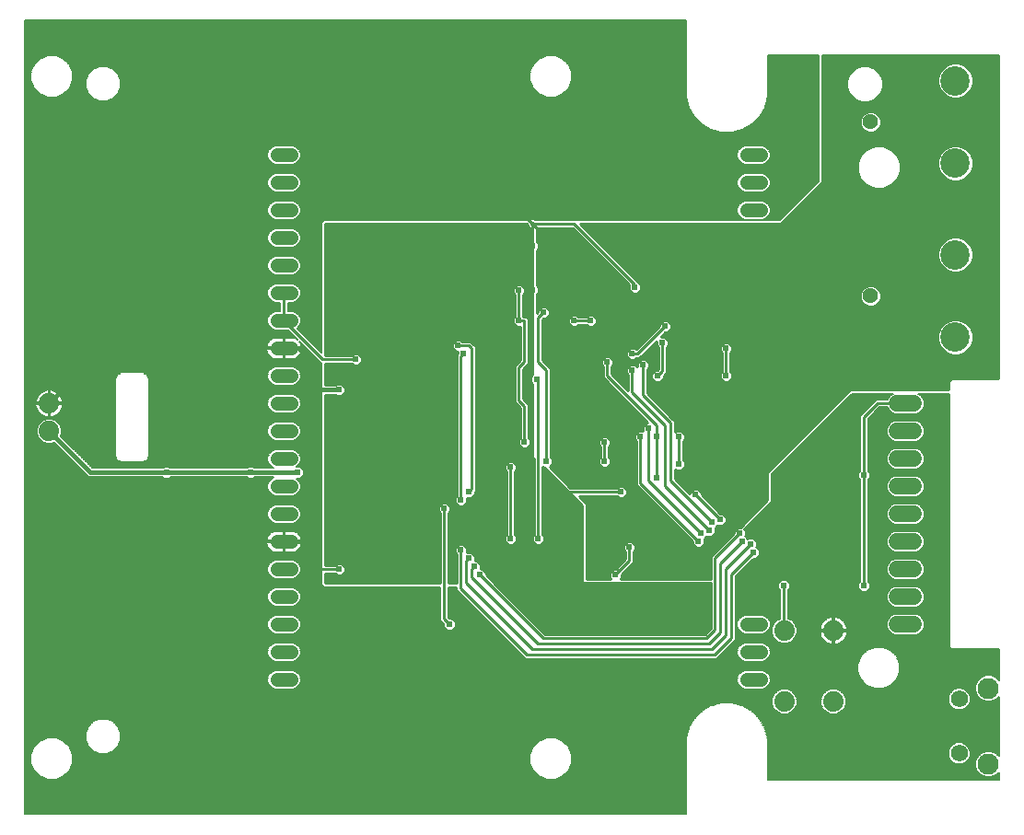
<source format=gbl>
G75*
G70*
%OFA0B0*%
%FSLAX24Y24*%
%IPPOS*%
%LPD*%
%AMOC8*
5,1,8,0,0,1.08239X$1,22.5*
%
%ADD10C,0.0768*%
%ADD11C,0.0620*%
%ADD12C,0.0160*%
%ADD13C,0.0600*%
%ADD14C,0.0740*%
%ADD15C,0.0515*%
%ADD16C,0.1063*%
%ADD17C,0.0562*%
%ADD18C,0.0160*%
%ADD19C,0.0238*%
%ADD20C,0.0100*%
%ADD21C,0.0060*%
D10*
X035130Y002068D03*
X035130Y004824D03*
D11*
X034067Y004430D03*
X034067Y002461D03*
D12*
X018630Y021630D03*
X018630Y021630D03*
X018630Y021630D03*
X018630Y021630D03*
D13*
X031830Y015134D02*
X032430Y015134D01*
X032430Y014134D02*
X031830Y014134D01*
X031830Y013134D02*
X032430Y013134D01*
X032430Y012134D02*
X031830Y012134D01*
X031830Y011134D02*
X032430Y011134D01*
X032430Y010134D02*
X031830Y010134D01*
X031830Y009134D02*
X032430Y009134D01*
X032430Y008134D02*
X031830Y008134D01*
X031830Y007134D02*
X032430Y007134D01*
D14*
X029520Y006910D03*
X027740Y006910D03*
X027740Y004350D03*
X029520Y004350D03*
X001130Y014130D03*
X001130Y015130D03*
D15*
X009373Y015130D02*
X009887Y015130D01*
X009887Y014130D02*
X009373Y014130D01*
X009373Y013130D02*
X009887Y013130D01*
X009887Y012130D02*
X009373Y012130D01*
X009373Y011130D02*
X009887Y011130D01*
X009887Y010130D02*
X009373Y010130D01*
X009373Y009130D02*
X009887Y009130D01*
X009887Y008130D02*
X009373Y008130D01*
X009373Y007130D02*
X009887Y007130D01*
X009887Y006130D02*
X009373Y006130D01*
X009373Y005130D02*
X009887Y005130D01*
X009887Y016130D02*
X009373Y016130D01*
X009373Y017130D02*
X009887Y017130D01*
X009887Y018130D02*
X009373Y018130D01*
X009373Y019130D02*
X009887Y019130D01*
X009887Y020130D02*
X009373Y020130D01*
X009373Y021130D02*
X009887Y021130D01*
X009887Y022130D02*
X009373Y022130D01*
X009373Y023130D02*
X009887Y023130D01*
X009887Y024130D02*
X009373Y024130D01*
X026373Y024130D02*
X026887Y024130D01*
X026887Y023130D02*
X026373Y023130D01*
X026373Y022130D02*
X026887Y022130D01*
X026887Y007130D02*
X026373Y007130D01*
X026373Y006130D02*
X026887Y006130D01*
X026887Y005130D02*
X026373Y005130D01*
D16*
X033930Y017532D03*
X033930Y020524D03*
X033930Y023831D03*
X033930Y026823D03*
D17*
X030859Y025327D03*
X030859Y019028D03*
D18*
X011630Y015630D02*
X010630Y015630D01*
X010630Y010130D01*
X009630Y010130D01*
X010630Y010130D02*
X010630Y009130D01*
X010630Y004930D01*
X010930Y004630D01*
X011130Y004630D01*
X010130Y012630D02*
X008430Y012630D01*
X006130Y012630D01*
X005380Y012630D01*
X005130Y012630D01*
X003130Y012630D01*
X002630Y012630D01*
X001130Y014130D01*
X001130Y015130D02*
X002630Y016630D01*
X008630Y016630D01*
X008630Y015630D01*
X010130Y015630D01*
X010630Y015630D01*
D19*
X011630Y015630D03*
X012230Y016730D03*
X015930Y017230D03*
X016130Y016930D03*
X018130Y018130D03*
X019030Y018430D03*
X018630Y019255D03*
X018130Y019230D03*
X020130Y018130D03*
X020730Y018130D03*
X022230Y016930D03*
X022630Y016530D03*
X022230Y016330D03*
X023155Y016130D03*
X023330Y017330D03*
X023430Y017930D03*
X023330Y018230D03*
X022330Y019330D03*
X019130Y020830D03*
X018630Y020830D03*
X014880Y019380D03*
X010730Y019630D03*
X018380Y015380D03*
X018780Y016005D03*
X018505Y016380D03*
X021330Y016630D03*
X021380Y015755D03*
X022830Y014230D03*
X022530Y013930D03*
X023130Y013930D03*
X023930Y013930D03*
X023930Y012930D03*
X023130Y012430D03*
X021830Y011930D03*
X022130Y010830D03*
X022130Y009930D03*
X020930Y009730D03*
X021630Y008930D03*
X019730Y009430D03*
X018830Y010230D03*
X018380Y010330D03*
X017830Y010230D03*
X016530Y009230D03*
X016330Y009530D03*
X016030Y009830D03*
X016730Y008930D03*
X015130Y008830D03*
X015630Y007130D03*
X011630Y009130D03*
X014880Y011880D03*
X015430Y011330D03*
X016030Y011630D03*
X016330Y011930D03*
X017830Y012830D03*
X018530Y013080D03*
X019130Y013030D03*
X018330Y013730D03*
X021230Y013730D03*
X021230Y013030D03*
X024530Y011830D03*
X025130Y010830D03*
X025430Y010930D03*
X025030Y010530D03*
X024730Y010430D03*
X024630Y010130D03*
X026130Y010430D03*
X026230Y010130D03*
X026530Y010030D03*
X026630Y009730D03*
X027730Y008530D03*
X030630Y008530D03*
X030630Y012530D03*
X025630Y016130D03*
X025630Y017130D03*
X010130Y012630D03*
X008430Y012630D03*
X005380Y012630D03*
X011130Y004630D03*
X023380Y004630D03*
X032630Y004630D03*
X033730Y003930D03*
D20*
X033530Y003830D01*
X032630Y003830D01*
X032630Y004030D01*
X032630Y004630D01*
X032630Y003830D02*
X028130Y003830D01*
X029520Y005220D01*
X029520Y006910D01*
X027740Y006910D02*
X027730Y006920D01*
X027730Y008530D01*
X026630Y009730D02*
X025830Y008930D01*
X025830Y007230D01*
X025830Y006630D01*
X025230Y006030D01*
X018430Y006030D01*
X017130Y007330D01*
X016030Y008430D01*
X016030Y009830D01*
X015870Y009666D02*
X015870Y008630D01*
X015590Y008630D01*
X015590Y011166D01*
X015659Y011235D01*
X015659Y011425D01*
X015525Y011559D01*
X015335Y011559D01*
X015201Y011425D01*
X015201Y011235D01*
X015270Y011166D01*
X015270Y008630D01*
X011130Y008630D01*
X011130Y008970D01*
X011466Y008970D01*
X011535Y008901D01*
X011725Y008901D01*
X011859Y009035D01*
X011859Y009225D01*
X011725Y009359D01*
X011535Y009359D01*
X011466Y009290D01*
X011130Y009290D01*
X011130Y015440D01*
X011496Y015440D01*
X011535Y015401D01*
X011725Y015401D01*
X011859Y015535D01*
X011859Y015725D01*
X011725Y015859D01*
X011535Y015859D01*
X011496Y015820D01*
X011130Y015820D01*
X011130Y016570D01*
X012066Y016570D01*
X012135Y016501D01*
X012325Y016501D01*
X012459Y016635D01*
X012459Y016825D01*
X012325Y016959D01*
X012135Y016959D01*
X012066Y016890D01*
X011130Y016890D01*
X011130Y021630D01*
X018404Y021630D01*
X018440Y021594D01*
X018440Y021551D01*
X018551Y021440D01*
X018594Y021440D01*
X018630Y021404D01*
X018630Y016179D01*
X018551Y016100D01*
X018551Y015910D01*
X018630Y015831D01*
X018630Y013130D01*
X018670Y013130D01*
X018670Y010394D01*
X018601Y010325D01*
X018601Y010135D01*
X018735Y010001D01*
X018925Y010001D01*
X019059Y010135D01*
X019059Y010325D01*
X018990Y010394D01*
X018990Y012846D01*
X019035Y012801D01*
X019059Y012801D01*
X020430Y011430D01*
X020430Y008630D01*
X025070Y008630D01*
X025070Y006996D01*
X024864Y006790D01*
X019096Y006790D01*
X017296Y008590D01*
X016959Y008927D01*
X016959Y009025D01*
X016825Y009159D01*
X016759Y009159D01*
X016759Y009325D01*
X016625Y009459D01*
X016559Y009459D01*
X016559Y009625D01*
X016425Y009759D01*
X016259Y009759D01*
X016259Y009925D01*
X016125Y010059D01*
X015935Y010059D01*
X015801Y009925D01*
X015801Y009735D01*
X015870Y009666D01*
X015852Y009685D02*
X015590Y009685D01*
X015590Y009783D02*
X015801Y009783D01*
X015801Y009882D02*
X015590Y009882D01*
X015590Y009980D02*
X015856Y009980D01*
X015590Y010079D02*
X017658Y010079D01*
X017601Y010135D02*
X017735Y010001D01*
X017925Y010001D01*
X018059Y010135D01*
X018059Y010325D01*
X017990Y010394D01*
X017990Y012666D01*
X018059Y012735D01*
X018059Y012925D01*
X017925Y013059D01*
X017735Y013059D01*
X017601Y012925D01*
X017601Y012735D01*
X017670Y012666D01*
X017670Y010394D01*
X017601Y010325D01*
X017601Y010135D01*
X017601Y010177D02*
X015590Y010177D01*
X015590Y010276D02*
X017601Y010276D01*
X017650Y010374D02*
X015590Y010374D01*
X015590Y010473D02*
X017670Y010473D01*
X017670Y010571D02*
X015590Y010571D01*
X015590Y010670D02*
X017670Y010670D01*
X017670Y010768D02*
X015590Y010768D01*
X015590Y010867D02*
X017670Y010867D01*
X017670Y010965D02*
X015590Y010965D01*
X015590Y011064D02*
X017670Y011064D01*
X017670Y011162D02*
X015590Y011162D01*
X015659Y011261D02*
X017670Y011261D01*
X017670Y011359D02*
X015659Y011359D01*
X015626Y011458D02*
X015879Y011458D01*
X015935Y011401D02*
X015801Y011535D01*
X015801Y011725D01*
X015870Y011794D01*
X015870Y016896D01*
X015901Y016927D01*
X015901Y017001D01*
X015835Y017001D01*
X015701Y017135D01*
X015701Y017325D01*
X015835Y017459D01*
X016025Y017459D01*
X016094Y017390D01*
X016396Y017390D01*
X016496Y017290D01*
X016590Y017196D01*
X016590Y011964D01*
X016559Y011933D01*
X016559Y011835D01*
X016425Y011701D01*
X016259Y011701D01*
X016259Y011535D01*
X016125Y011401D01*
X015935Y011401D01*
X015930Y011330D02*
X016530Y011330D01*
X016630Y011430D01*
X016630Y012930D01*
X016780Y013080D01*
X018530Y013080D01*
X018630Y013230D01*
X018630Y015130D01*
X018380Y015380D01*
X018505Y015505D01*
X018505Y016380D01*
X018505Y018380D01*
X018505Y019130D01*
X018630Y019255D01*
X018630Y020830D01*
X018630Y021130D01*
X018630Y020830D01*
X018630Y020815D02*
X011130Y020815D01*
X011130Y020717D02*
X018630Y020717D01*
X018630Y020618D02*
X011130Y020618D01*
X011130Y020520D02*
X018630Y020520D01*
X018630Y020421D02*
X011130Y020421D01*
X011130Y020323D02*
X018630Y020323D01*
X018630Y020224D02*
X011130Y020224D01*
X011130Y020126D02*
X018630Y020126D01*
X018630Y020027D02*
X011130Y020027D01*
X011130Y019929D02*
X018630Y019929D01*
X018630Y019830D02*
X011130Y019830D01*
X011130Y019732D02*
X018630Y019732D01*
X018630Y019633D02*
X011130Y019633D01*
X011130Y019535D02*
X018630Y019535D01*
X018630Y019436D02*
X018248Y019436D01*
X018225Y019459D02*
X018035Y019459D01*
X017901Y019325D01*
X017901Y019135D01*
X017970Y019066D01*
X017970Y018294D01*
X017901Y018225D01*
X017901Y018035D01*
X018035Y017901D01*
X018170Y017901D01*
X018170Y016696D01*
X017970Y016496D01*
X017970Y015164D01*
X018064Y015070D01*
X018170Y014964D01*
X018170Y013894D01*
X018101Y013825D01*
X018101Y013635D01*
X018235Y013501D01*
X018425Y013501D01*
X018559Y013635D01*
X018559Y013825D01*
X018490Y013894D01*
X018490Y015096D01*
X018290Y015296D01*
X018290Y016364D01*
X018396Y016470D01*
X018490Y016564D01*
X018490Y018196D01*
X018396Y018290D01*
X018294Y018290D01*
X018290Y018294D01*
X018290Y019066D01*
X018359Y019135D01*
X018359Y019325D01*
X018225Y019459D01*
X018346Y019338D02*
X018630Y019338D01*
X018630Y019255D02*
X018255Y019630D01*
X015130Y019630D01*
X014880Y019380D01*
X015744Y017368D02*
X011130Y017368D01*
X011130Y017466D02*
X018170Y017466D01*
X018170Y017368D02*
X016419Y017368D01*
X016517Y017269D02*
X018170Y017269D01*
X018170Y017171D02*
X016590Y017171D01*
X016590Y017072D02*
X018170Y017072D01*
X018170Y016974D02*
X016590Y016974D01*
X016590Y016875D02*
X018170Y016875D01*
X018170Y016777D02*
X016590Y016777D01*
X016590Y016678D02*
X018152Y016678D01*
X018053Y016580D02*
X016590Y016580D01*
X016590Y016481D02*
X017970Y016481D01*
X017970Y016383D02*
X016590Y016383D01*
X016590Y016284D02*
X017970Y016284D01*
X017970Y016186D02*
X016590Y016186D01*
X016590Y016087D02*
X017970Y016087D01*
X017970Y015989D02*
X016590Y015989D01*
X016590Y015890D02*
X017970Y015890D01*
X017970Y015792D02*
X016590Y015792D01*
X016590Y015693D02*
X017970Y015693D01*
X017970Y015595D02*
X016590Y015595D01*
X016590Y015496D02*
X017970Y015496D01*
X017970Y015398D02*
X016590Y015398D01*
X016590Y015299D02*
X017970Y015299D01*
X017970Y015201D02*
X016590Y015201D01*
X016590Y015102D02*
X018032Y015102D01*
X018130Y015004D02*
X016590Y015004D01*
X016590Y014905D02*
X018170Y014905D01*
X018170Y014807D02*
X016590Y014807D01*
X016590Y014708D02*
X018170Y014708D01*
X018170Y014610D02*
X016590Y014610D01*
X016590Y014511D02*
X018170Y014511D01*
X018170Y014413D02*
X016590Y014413D01*
X016590Y014314D02*
X018170Y014314D01*
X018170Y014216D02*
X016590Y014216D01*
X016590Y014117D02*
X018170Y014117D01*
X018170Y014019D02*
X016590Y014019D01*
X016590Y013920D02*
X018170Y013920D01*
X018101Y013822D02*
X016590Y013822D01*
X016590Y013723D02*
X018101Y013723D01*
X018112Y013625D02*
X016590Y013625D01*
X016590Y013526D02*
X018210Y013526D01*
X018330Y013730D02*
X018330Y015030D01*
X018130Y015230D01*
X018130Y016430D01*
X018330Y016630D01*
X018330Y018130D01*
X018130Y018130D01*
X018130Y019230D01*
X018359Y019239D02*
X018630Y019239D01*
X018630Y019255D02*
X018505Y019130D01*
X018630Y019141D02*
X018359Y019141D01*
X018290Y019042D02*
X018630Y019042D01*
X018630Y018944D02*
X018290Y018944D01*
X018290Y018845D02*
X018630Y018845D01*
X018630Y018747D02*
X018290Y018747D01*
X018290Y018648D02*
X018630Y018648D01*
X018630Y018550D02*
X018290Y018550D01*
X018290Y018451D02*
X018630Y018451D01*
X018630Y018353D02*
X018290Y018353D01*
X018432Y018254D02*
X018630Y018254D01*
X018630Y018156D02*
X018490Y018156D01*
X018490Y018057D02*
X018630Y018057D01*
X018630Y017959D02*
X018490Y017959D01*
X018490Y017860D02*
X018630Y017860D01*
X018630Y017762D02*
X018490Y017762D01*
X018490Y017663D02*
X018630Y017663D01*
X018630Y017565D02*
X018490Y017565D01*
X018490Y017466D02*
X018630Y017466D01*
X018630Y017368D02*
X018490Y017368D01*
X018490Y017269D02*
X018630Y017269D01*
X018630Y017171D02*
X018490Y017171D01*
X018490Y017072D02*
X018630Y017072D01*
X018630Y016974D02*
X018490Y016974D01*
X018490Y016875D02*
X018630Y016875D01*
X018630Y016777D02*
X018490Y016777D01*
X018490Y016678D02*
X018630Y016678D01*
X018630Y016580D02*
X018490Y016580D01*
X018407Y016481D02*
X018630Y016481D01*
X018630Y016383D02*
X018309Y016383D01*
X018290Y016284D02*
X018630Y016284D01*
X018630Y016186D02*
X018290Y016186D01*
X018290Y016087D02*
X018551Y016087D01*
X018551Y015989D02*
X018290Y015989D01*
X018290Y015890D02*
X018571Y015890D01*
X018630Y015792D02*
X018290Y015792D01*
X018290Y015693D02*
X018630Y015693D01*
X018630Y015595D02*
X018290Y015595D01*
X018290Y015496D02*
X018630Y015496D01*
X018630Y015398D02*
X018290Y015398D01*
X018290Y015299D02*
X018630Y015299D01*
X018630Y015201D02*
X018386Y015201D01*
X018484Y015102D02*
X018630Y015102D01*
X018630Y015004D02*
X018490Y015004D01*
X018490Y014905D02*
X018630Y014905D01*
X018630Y014807D02*
X018490Y014807D01*
X018490Y014708D02*
X018630Y014708D01*
X018630Y014610D02*
X018490Y014610D01*
X018490Y014511D02*
X018630Y014511D01*
X018630Y014413D02*
X018490Y014413D01*
X018490Y014314D02*
X018630Y014314D01*
X018630Y014216D02*
X018490Y014216D01*
X018490Y014117D02*
X018630Y014117D01*
X018630Y014019D02*
X018490Y014019D01*
X018490Y013920D02*
X018630Y013920D01*
X018630Y013822D02*
X018559Y013822D01*
X018559Y013723D02*
X018630Y013723D01*
X018630Y013625D02*
X018548Y013625D01*
X018630Y013526D02*
X018450Y013526D01*
X018630Y013428D02*
X016590Y013428D01*
X016590Y013329D02*
X018630Y013329D01*
X018630Y013231D02*
X016590Y013231D01*
X016590Y013132D02*
X018630Y013132D01*
X018670Y013034D02*
X017950Y013034D01*
X018049Y012935D02*
X018670Y012935D01*
X018670Y012837D02*
X018059Y012837D01*
X018059Y012738D02*
X018670Y012738D01*
X018670Y012640D02*
X017990Y012640D01*
X017990Y012541D02*
X018670Y012541D01*
X018670Y012443D02*
X017990Y012443D01*
X017990Y012344D02*
X018670Y012344D01*
X018670Y012246D02*
X017990Y012246D01*
X017990Y012147D02*
X018670Y012147D01*
X018670Y012049D02*
X017990Y012049D01*
X017990Y011950D02*
X018670Y011950D01*
X018670Y011852D02*
X017990Y011852D01*
X017990Y011753D02*
X018670Y011753D01*
X018670Y011655D02*
X017990Y011655D01*
X017990Y011556D02*
X018670Y011556D01*
X018670Y011458D02*
X017990Y011458D01*
X017990Y011359D02*
X018670Y011359D01*
X018670Y011261D02*
X017990Y011261D01*
X017990Y011162D02*
X018670Y011162D01*
X018670Y011064D02*
X017990Y011064D01*
X017990Y010965D02*
X018670Y010965D01*
X018670Y010867D02*
X017990Y010867D01*
X017990Y010768D02*
X018670Y010768D01*
X018670Y010670D02*
X017990Y010670D01*
X017990Y010571D02*
X018670Y010571D01*
X018670Y010473D02*
X017990Y010473D01*
X018010Y010374D02*
X018650Y010374D01*
X018601Y010276D02*
X018059Y010276D01*
X018059Y010177D02*
X018601Y010177D01*
X018658Y010079D02*
X018002Y010079D01*
X017830Y010230D02*
X017830Y012830D01*
X017601Y012837D02*
X016590Y012837D01*
X016590Y012935D02*
X017611Y012935D01*
X017710Y013034D02*
X016590Y013034D01*
X016590Y012738D02*
X017601Y012738D01*
X017670Y012640D02*
X016590Y012640D01*
X016590Y012541D02*
X017670Y012541D01*
X017670Y012443D02*
X016590Y012443D01*
X016590Y012344D02*
X017670Y012344D01*
X017670Y012246D02*
X016590Y012246D01*
X016590Y012147D02*
X017670Y012147D01*
X017670Y012049D02*
X016590Y012049D01*
X016576Y011950D02*
X017670Y011950D01*
X017670Y011852D02*
X016559Y011852D01*
X016477Y011753D02*
X017670Y011753D01*
X017670Y011655D02*
X016259Y011655D01*
X016259Y011556D02*
X017670Y011556D01*
X017670Y011458D02*
X016181Y011458D01*
X016030Y011630D02*
X016030Y016830D01*
X016130Y016930D01*
X015901Y016974D02*
X011130Y016974D01*
X011130Y017072D02*
X015764Y017072D01*
X015701Y017171D02*
X011130Y017171D01*
X011130Y017269D02*
X015701Y017269D01*
X015930Y017230D02*
X016330Y017230D01*
X016430Y017130D01*
X016430Y012030D01*
X016330Y011930D01*
X016030Y011730D02*
X016030Y011630D01*
X015801Y011655D02*
X011130Y011655D01*
X011130Y011753D02*
X015829Y011753D01*
X015870Y011852D02*
X011130Y011852D01*
X011130Y011950D02*
X015870Y011950D01*
X015870Y012049D02*
X011130Y012049D01*
X011130Y012147D02*
X015870Y012147D01*
X015870Y012246D02*
X011130Y012246D01*
X011130Y012344D02*
X015870Y012344D01*
X015870Y012443D02*
X011130Y012443D01*
X011130Y012541D02*
X015870Y012541D01*
X015870Y012640D02*
X011130Y012640D01*
X011130Y012738D02*
X015870Y012738D01*
X015870Y012837D02*
X011130Y012837D01*
X011130Y012935D02*
X015870Y012935D01*
X015870Y013034D02*
X011130Y013034D01*
X011130Y013132D02*
X015870Y013132D01*
X015870Y013231D02*
X011130Y013231D01*
X011130Y013329D02*
X015870Y013329D01*
X015870Y013428D02*
X011130Y013428D01*
X011130Y013526D02*
X015870Y013526D01*
X015870Y013625D02*
X011130Y013625D01*
X011130Y013723D02*
X015870Y013723D01*
X015870Y013822D02*
X011130Y013822D01*
X011130Y013920D02*
X015870Y013920D01*
X015870Y014019D02*
X011130Y014019D01*
X011130Y014117D02*
X015870Y014117D01*
X015870Y014216D02*
X011130Y014216D01*
X011130Y014314D02*
X015870Y014314D01*
X015870Y014413D02*
X011130Y014413D01*
X011130Y014511D02*
X015870Y014511D01*
X015870Y014610D02*
X011130Y014610D01*
X011130Y014708D02*
X015870Y014708D01*
X015870Y014807D02*
X011130Y014807D01*
X011130Y014905D02*
X015870Y014905D01*
X015870Y015004D02*
X011130Y015004D01*
X011130Y015102D02*
X015870Y015102D01*
X015870Y015201D02*
X011130Y015201D01*
X011130Y015299D02*
X015870Y015299D01*
X015870Y015398D02*
X011130Y015398D01*
X011820Y015496D02*
X015870Y015496D01*
X015870Y015595D02*
X011859Y015595D01*
X011859Y015693D02*
X015870Y015693D01*
X015870Y015792D02*
X011792Y015792D01*
X011130Y015890D02*
X015870Y015890D01*
X015870Y015989D02*
X011130Y015989D01*
X011130Y016087D02*
X015870Y016087D01*
X015870Y016186D02*
X011130Y016186D01*
X011130Y016284D02*
X015870Y016284D01*
X015870Y016383D02*
X011130Y016383D01*
X011130Y016481D02*
X015870Y016481D01*
X015870Y016580D02*
X012403Y016580D01*
X012459Y016678D02*
X015870Y016678D01*
X015870Y016777D02*
X012459Y016777D01*
X012409Y016875D02*
X015870Y016875D01*
X017901Y018057D02*
X011130Y018057D01*
X011130Y017959D02*
X017978Y017959D01*
X017901Y018156D02*
X011130Y018156D01*
X011130Y018254D02*
X017930Y018254D01*
X017970Y018353D02*
X011130Y018353D01*
X011130Y018451D02*
X017970Y018451D01*
X017970Y018550D02*
X011130Y018550D01*
X011130Y018648D02*
X017970Y018648D01*
X017970Y018747D02*
X011130Y018747D01*
X011130Y018845D02*
X017970Y018845D01*
X017970Y018944D02*
X011130Y018944D01*
X011130Y019042D02*
X017970Y019042D01*
X017901Y019141D02*
X011130Y019141D01*
X011130Y019239D02*
X017901Y019239D01*
X017914Y019338D02*
X011130Y019338D01*
X011130Y019436D02*
X018012Y019436D01*
X018790Y019436D02*
X022098Y019436D01*
X022105Y019429D02*
X022101Y019425D01*
X022101Y019235D01*
X022235Y019101D01*
X022425Y019101D01*
X022559Y019235D01*
X022559Y019425D01*
X022490Y019494D01*
X022490Y019496D01*
X020356Y021630D01*
X027630Y021630D01*
X029130Y023130D01*
X029130Y027730D01*
X035480Y027730D01*
X035480Y016030D01*
X033768Y016030D01*
X033680Y015942D01*
X033680Y015630D01*
X030130Y015630D01*
X027130Y012630D01*
X027130Y011630D01*
X026159Y010659D01*
X026035Y010659D01*
X025901Y010525D01*
X025901Y010427D01*
X025070Y009596D01*
X025070Y008790D01*
X021814Y008790D01*
X021859Y008835D01*
X021859Y008933D01*
X022290Y009364D01*
X022290Y009766D01*
X022359Y009835D01*
X022359Y010025D01*
X022225Y010159D01*
X022035Y010159D01*
X021901Y010025D01*
X021901Y009835D01*
X021970Y009766D01*
X021970Y009496D01*
X021633Y009159D01*
X021535Y009159D01*
X021401Y009025D01*
X021401Y008835D01*
X021446Y008790D01*
X020590Y008790D01*
X020590Y011496D01*
X020316Y011770D01*
X021666Y011770D01*
X021735Y011701D01*
X021925Y011701D01*
X022059Y011835D01*
X022059Y012025D01*
X021925Y012159D01*
X021735Y012159D01*
X021666Y012090D01*
X019996Y012090D01*
X019255Y012831D01*
X019359Y012935D01*
X021001Y012935D01*
X021135Y012801D01*
X021325Y012801D01*
X021459Y012935D01*
X022370Y012935D01*
X022370Y012837D02*
X021360Y012837D01*
X021459Y012935D02*
X021459Y013125D01*
X021390Y013194D01*
X021390Y013566D01*
X021459Y013635D01*
X021459Y013825D01*
X021325Y013959D01*
X021135Y013959D01*
X021001Y013825D01*
X021001Y013635D01*
X021070Y013566D01*
X021070Y013194D01*
X021001Y013125D01*
X021001Y012935D01*
X021001Y013034D02*
X019359Y013034D01*
X019359Y013125D02*
X019290Y013194D01*
X019290Y016396D01*
X018990Y016696D01*
X018990Y018164D01*
X019027Y018201D01*
X019125Y018201D01*
X019259Y018335D01*
X019259Y018525D01*
X019125Y018659D01*
X018935Y018659D01*
X018801Y018525D01*
X018801Y018427D01*
X018790Y018416D01*
X018790Y019091D01*
X018859Y019160D01*
X018859Y019350D01*
X018790Y019419D01*
X018790Y020666D01*
X018859Y020735D01*
X018859Y020925D01*
X018790Y020994D01*
X018790Y021470D01*
X020064Y021470D01*
X022105Y019429D01*
X022101Y019338D02*
X018859Y019338D01*
X018859Y019239D02*
X022101Y019239D01*
X022196Y019141D02*
X018839Y019141D01*
X018790Y019042D02*
X030468Y019042D01*
X030468Y019105D02*
X030468Y018950D01*
X030528Y018806D01*
X030638Y018696D01*
X030781Y018637D01*
X030937Y018637D01*
X031081Y018696D01*
X031191Y018806D01*
X031250Y018950D01*
X031250Y019105D01*
X031191Y019249D01*
X031081Y019359D01*
X030937Y019419D01*
X030781Y019419D01*
X030638Y019359D01*
X030528Y019249D01*
X030468Y019105D01*
X030483Y019141D02*
X022464Y019141D01*
X022559Y019239D02*
X030523Y019239D01*
X030616Y019338D02*
X022559Y019338D01*
X022548Y019436D02*
X035480Y019436D01*
X035480Y019338D02*
X031102Y019338D01*
X031195Y019239D02*
X035480Y019239D01*
X035480Y019141D02*
X031236Y019141D01*
X031250Y019042D02*
X035480Y019042D01*
X035480Y018944D02*
X031248Y018944D01*
X031207Y018845D02*
X035480Y018845D01*
X035480Y018747D02*
X031131Y018747D01*
X030965Y018648D02*
X035480Y018648D01*
X035480Y018550D02*
X019234Y018550D01*
X019259Y018451D02*
X035480Y018451D01*
X035480Y018353D02*
X020831Y018353D01*
X020825Y018359D02*
X020635Y018359D01*
X020566Y018290D01*
X020294Y018290D01*
X020225Y018359D01*
X020035Y018359D01*
X019901Y018225D01*
X019901Y018035D01*
X020035Y017901D01*
X020225Y017901D01*
X020294Y017970D01*
X020566Y017970D01*
X020635Y017901D01*
X020825Y017901D01*
X020959Y018035D01*
X020959Y018225D01*
X020825Y018359D01*
X020930Y018254D02*
X035480Y018254D01*
X035480Y018156D02*
X034100Y018156D01*
X034058Y018173D02*
X033802Y018173D01*
X033567Y018075D01*
X033386Y017895D01*
X033289Y017659D01*
X033289Y017404D01*
X033386Y017168D01*
X033567Y016988D01*
X033802Y016890D01*
X034058Y016890D01*
X034293Y016988D01*
X034474Y017168D01*
X034571Y017404D01*
X034571Y017659D01*
X034474Y017895D01*
X034293Y018075D01*
X034058Y018173D01*
X034312Y018057D02*
X035480Y018057D01*
X035480Y017959D02*
X034410Y017959D01*
X034488Y017860D02*
X035480Y017860D01*
X035480Y017762D02*
X034529Y017762D01*
X034570Y017663D02*
X035480Y017663D01*
X035480Y017565D02*
X034571Y017565D01*
X034571Y017466D02*
X035480Y017466D01*
X035480Y017368D02*
X034556Y017368D01*
X034516Y017269D02*
X035480Y017269D01*
X035480Y017171D02*
X034475Y017171D01*
X034378Y017072D02*
X035480Y017072D01*
X035480Y016974D02*
X034259Y016974D01*
X033601Y016974D02*
X025797Y016974D01*
X025790Y016966D02*
X025859Y017035D01*
X025859Y017225D01*
X025725Y017359D01*
X025535Y017359D01*
X025401Y017225D01*
X025401Y017035D01*
X025470Y016966D01*
X025470Y016294D01*
X025401Y016225D01*
X025401Y016035D01*
X025535Y015901D01*
X025725Y015901D01*
X025859Y016035D01*
X025859Y016225D01*
X025790Y016294D01*
X025790Y016966D01*
X025790Y016875D02*
X035480Y016875D01*
X035480Y016777D02*
X025790Y016777D01*
X025790Y016678D02*
X035480Y016678D01*
X035480Y016580D02*
X025790Y016580D01*
X025790Y016481D02*
X035480Y016481D01*
X035480Y016383D02*
X025790Y016383D01*
X025800Y016284D02*
X035480Y016284D01*
X035480Y016186D02*
X025859Y016186D01*
X025859Y016087D02*
X035480Y016087D01*
X033726Y015989D02*
X025812Y015989D01*
X025630Y016130D02*
X025630Y017130D01*
X025463Y016974D02*
X023490Y016974D01*
X023490Y017072D02*
X025401Y017072D01*
X025401Y017171D02*
X023494Y017171D01*
X023490Y017166D02*
X023559Y017235D01*
X023559Y017425D01*
X023425Y017559D01*
X023285Y017559D01*
X023427Y017701D01*
X023525Y017701D01*
X023659Y017835D01*
X023659Y018025D01*
X023525Y018159D01*
X023335Y018159D01*
X023201Y018025D01*
X023201Y017927D01*
X022379Y017105D01*
X022325Y017159D01*
X022135Y017159D01*
X022001Y017025D01*
X022001Y016835D01*
X022135Y016701D01*
X022325Y016701D01*
X022394Y016770D01*
X022496Y016770D01*
X023101Y017375D01*
X023101Y017235D01*
X023170Y017166D01*
X023170Y016371D01*
X023158Y016359D01*
X023060Y016359D01*
X022926Y016225D01*
X022926Y016035D01*
X023060Y015901D01*
X023250Y015901D01*
X023384Y016035D01*
X023384Y016133D01*
X023490Y016239D01*
X023490Y017166D01*
X023559Y017269D02*
X025445Y017269D01*
X025815Y017269D02*
X033344Y017269D01*
X033304Y017368D02*
X023559Y017368D01*
X023518Y017466D02*
X033289Y017466D01*
X033289Y017565D02*
X023291Y017565D01*
X023389Y017663D02*
X033290Y017663D01*
X033331Y017762D02*
X023585Y017762D01*
X023659Y017860D02*
X033372Y017860D01*
X033450Y017959D02*
X023659Y017959D01*
X023627Y018057D02*
X033548Y018057D01*
X033760Y018156D02*
X023528Y018156D01*
X023332Y018156D02*
X020959Y018156D01*
X020959Y018057D02*
X023233Y018057D01*
X023201Y017959D02*
X020882Y017959D01*
X020930Y017830D02*
X019330Y017830D01*
X019330Y017930D01*
X019330Y018930D01*
X019130Y019130D01*
X019130Y020630D01*
X019130Y020830D01*
X019130Y020930D01*
X019130Y020830D01*
X019130Y020930D02*
X019130Y021130D01*
X018630Y021630D01*
X020130Y021630D01*
X022330Y019430D01*
X022330Y019330D01*
X022452Y019535D02*
X035480Y019535D01*
X035480Y019633D02*
X022353Y019633D01*
X022255Y019732D02*
X035480Y019732D01*
X035480Y019830D02*
X022156Y019830D01*
X022058Y019929D02*
X033691Y019929D01*
X033802Y019882D02*
X034058Y019882D01*
X034293Y019980D01*
X034474Y020160D01*
X034571Y020396D01*
X034571Y020651D01*
X034474Y020887D01*
X034293Y021068D01*
X034058Y021165D01*
X033802Y021165D01*
X033567Y021068D01*
X033386Y020887D01*
X033289Y020651D01*
X033289Y020396D01*
X033386Y020160D01*
X033567Y019980D01*
X033802Y019882D01*
X033519Y020027D02*
X021959Y020027D01*
X021861Y020126D02*
X033421Y020126D01*
X033360Y020224D02*
X021762Y020224D01*
X021664Y020323D02*
X033319Y020323D01*
X033289Y020421D02*
X021565Y020421D01*
X021467Y020520D02*
X033289Y020520D01*
X033289Y020618D02*
X021368Y020618D01*
X021270Y020717D02*
X033316Y020717D01*
X033356Y020815D02*
X021171Y020815D01*
X021073Y020914D02*
X033413Y020914D01*
X033511Y021012D02*
X020974Y021012D01*
X020876Y021111D02*
X033670Y021111D01*
X034190Y021111D02*
X035480Y021111D01*
X035480Y021209D02*
X020777Y021209D01*
X020679Y021308D02*
X035480Y021308D01*
X035480Y021406D02*
X020580Y021406D01*
X020482Y021505D02*
X035480Y021505D01*
X035480Y021603D02*
X020383Y021603D01*
X020128Y021406D02*
X018790Y021406D01*
X018790Y021308D02*
X020226Y021308D01*
X020325Y021209D02*
X018790Y021209D01*
X018790Y021111D02*
X020423Y021111D01*
X020522Y021012D02*
X018790Y021012D01*
X018859Y020914D02*
X020620Y020914D01*
X020719Y020815D02*
X018859Y020815D01*
X018840Y020717D02*
X020817Y020717D01*
X020916Y020618D02*
X018790Y020618D01*
X018790Y020520D02*
X021014Y020520D01*
X021113Y020421D02*
X018790Y020421D01*
X018790Y020323D02*
X021211Y020323D01*
X021310Y020224D02*
X018790Y020224D01*
X018790Y020126D02*
X021408Y020126D01*
X021507Y020027D02*
X018790Y020027D01*
X018790Y019929D02*
X021605Y019929D01*
X021704Y019830D02*
X018790Y019830D01*
X018790Y019732D02*
X021802Y019732D01*
X021901Y019633D02*
X018790Y019633D01*
X018790Y019535D02*
X021999Y019535D01*
X021330Y018230D02*
X020930Y017830D01*
X020730Y018130D02*
X020130Y018130D01*
X020282Y017959D02*
X020578Y017959D01*
X020629Y018353D02*
X020231Y018353D01*
X020029Y018353D02*
X019259Y018353D01*
X019178Y018254D02*
X019930Y018254D01*
X019901Y018156D02*
X018990Y018156D01*
X018990Y018057D02*
X019901Y018057D01*
X019978Y017959D02*
X018990Y017959D01*
X018990Y017860D02*
X023134Y017860D01*
X023035Y017762D02*
X018990Y017762D01*
X018990Y017663D02*
X022937Y017663D01*
X022838Y017565D02*
X018990Y017565D01*
X018990Y017466D02*
X022740Y017466D01*
X022641Y017368D02*
X018990Y017368D01*
X018990Y017269D02*
X022543Y017269D01*
X022444Y017171D02*
X018990Y017171D01*
X018990Y017072D02*
X022048Y017072D01*
X022001Y016974D02*
X018990Y016974D01*
X018990Y016875D02*
X022001Y016875D01*
X022060Y016777D02*
X021507Y016777D01*
X021559Y016725D02*
X021425Y016859D01*
X021235Y016859D01*
X021101Y016725D01*
X021101Y016535D01*
X021170Y016466D01*
X021170Y016064D01*
X022775Y014459D01*
X022735Y014459D01*
X022601Y014325D01*
X022601Y014159D01*
X022435Y014159D01*
X022301Y014025D01*
X022301Y013835D01*
X022370Y013766D01*
X022370Y012164D01*
X024401Y010133D01*
X024401Y010035D01*
X024535Y009901D01*
X024725Y009901D01*
X024859Y010035D01*
X024859Y010225D01*
X024854Y010230D01*
X024930Y010306D01*
X024935Y010301D01*
X025125Y010301D01*
X025259Y010435D01*
X025259Y010625D01*
X025254Y010630D01*
X025330Y010706D01*
X025335Y010701D01*
X025525Y010701D01*
X025659Y010835D01*
X025659Y011025D01*
X025525Y011159D01*
X025427Y011159D01*
X024759Y011827D01*
X024759Y011925D01*
X024625Y012059D01*
X024435Y012059D01*
X024301Y011925D01*
X024301Y011885D01*
X023790Y012396D01*
X023790Y012746D01*
X023835Y012701D01*
X024025Y012701D01*
X024159Y012835D01*
X024159Y013025D01*
X024090Y013094D01*
X024090Y013766D01*
X024159Y013835D01*
X024159Y014025D01*
X024025Y014159D01*
X023835Y014159D01*
X023790Y014114D01*
X023790Y014496D01*
X023696Y014590D01*
X022790Y015496D01*
X029996Y015496D01*
X029898Y015398D02*
X022889Y015398D01*
X022987Y015299D02*
X029799Y015299D01*
X029701Y015201D02*
X023086Y015201D01*
X023184Y015102D02*
X029602Y015102D01*
X029504Y015004D02*
X023283Y015004D01*
X023381Y014905D02*
X029405Y014905D01*
X029307Y014807D02*
X023480Y014807D01*
X023578Y014708D02*
X029208Y014708D01*
X029110Y014610D02*
X023677Y014610D01*
X023775Y014511D02*
X029011Y014511D01*
X028913Y014413D02*
X023790Y014413D01*
X023790Y014314D02*
X028814Y014314D01*
X028716Y014216D02*
X023790Y014216D01*
X023790Y014117D02*
X023793Y014117D01*
X023930Y013930D02*
X023930Y012930D01*
X024159Y012935D02*
X027435Y012935D01*
X027337Y012837D02*
X024159Y012837D01*
X024062Y012738D02*
X027238Y012738D01*
X027140Y012640D02*
X023790Y012640D01*
X023790Y012738D02*
X023798Y012738D01*
X023790Y012541D02*
X027130Y012541D01*
X027130Y012443D02*
X023790Y012443D01*
X023842Y012344D02*
X027130Y012344D01*
X027130Y012246D02*
X023941Y012246D01*
X024039Y012147D02*
X027130Y012147D01*
X027130Y012049D02*
X024635Y012049D01*
X024734Y011950D02*
X027130Y011950D01*
X027130Y011852D02*
X024759Y011852D01*
X024833Y011753D02*
X027130Y011753D01*
X027130Y011655D02*
X024932Y011655D01*
X025030Y011556D02*
X027056Y011556D01*
X026958Y011458D02*
X025129Y011458D01*
X025227Y011359D02*
X026859Y011359D01*
X026761Y011261D02*
X025326Y011261D01*
X025424Y011162D02*
X026662Y011162D01*
X026564Y011064D02*
X025620Y011064D01*
X025659Y010965D02*
X026465Y010965D01*
X026367Y010867D02*
X025659Y010867D01*
X025592Y010768D02*
X026268Y010768D01*
X026170Y010670D02*
X025293Y010670D01*
X025259Y010571D02*
X025947Y010571D01*
X025901Y010473D02*
X025259Y010473D01*
X025198Y010374D02*
X025848Y010374D01*
X025749Y010276D02*
X024899Y010276D01*
X024859Y010177D02*
X025651Y010177D01*
X025552Y010079D02*
X024859Y010079D01*
X024804Y009980D02*
X025454Y009980D01*
X025355Y009882D02*
X022359Y009882D01*
X022359Y009980D02*
X024456Y009980D01*
X024401Y010079D02*
X022305Y010079D01*
X022130Y009930D02*
X022130Y009430D01*
X021630Y008930D01*
X021470Y009094D02*
X020590Y009094D01*
X020590Y009192D02*
X021666Y009192D01*
X021764Y009291D02*
X020590Y009291D01*
X020590Y009389D02*
X021863Y009389D01*
X021961Y009488D02*
X020590Y009488D01*
X020590Y009586D02*
X021970Y009586D01*
X021970Y009685D02*
X020590Y009685D01*
X020590Y009783D02*
X021953Y009783D01*
X021901Y009882D02*
X020590Y009882D01*
X020590Y009980D02*
X021901Y009980D01*
X021955Y010079D02*
X020590Y010079D01*
X020590Y010177D02*
X024357Y010177D01*
X024258Y010276D02*
X020590Y010276D01*
X020590Y010374D02*
X024160Y010374D01*
X024061Y010473D02*
X020590Y010473D01*
X020590Y010571D02*
X023963Y010571D01*
X023864Y010670D02*
X020590Y010670D01*
X020590Y010768D02*
X023766Y010768D01*
X023667Y010867D02*
X020590Y010867D01*
X020590Y010965D02*
X023569Y010965D01*
X023470Y011064D02*
X020590Y011064D01*
X020590Y011162D02*
X023372Y011162D01*
X023273Y011261D02*
X020590Y011261D01*
X020590Y011359D02*
X023175Y011359D01*
X023076Y011458D02*
X020590Y011458D01*
X020530Y011556D02*
X022978Y011556D01*
X022879Y011655D02*
X020432Y011655D01*
X020333Y011753D02*
X021683Y011753D01*
X021830Y011930D02*
X019930Y011930D01*
X019730Y011730D01*
X019730Y010730D01*
X018830Y009830D01*
X018930Y009830D01*
X019330Y009830D01*
X019730Y009430D01*
X019780Y009380D01*
X019730Y009430D01*
X020430Y009389D02*
X016695Y009389D01*
X016759Y009291D02*
X020430Y009291D01*
X020430Y009192D02*
X016759Y009192D01*
X016890Y009094D02*
X020430Y009094D01*
X020430Y008995D02*
X016959Y008995D01*
X016990Y008897D02*
X020430Y008897D01*
X020430Y008798D02*
X017088Y008798D01*
X017187Y008700D02*
X020430Y008700D01*
X020590Y008798D02*
X021438Y008798D01*
X021401Y008897D02*
X020590Y008897D01*
X020590Y008995D02*
X021401Y008995D01*
X021822Y008798D02*
X025070Y008798D01*
X025070Y008897D02*
X021859Y008897D01*
X021921Y008995D02*
X025070Y008995D01*
X025070Y009094D02*
X022020Y009094D01*
X022118Y009192D02*
X025070Y009192D01*
X025070Y009291D02*
X022217Y009291D01*
X022290Y009389D02*
X025070Y009389D01*
X025070Y009488D02*
X022290Y009488D01*
X022290Y009586D02*
X025070Y009586D01*
X025158Y009685D02*
X022290Y009685D01*
X022307Y009783D02*
X025257Y009783D01*
X025230Y009530D02*
X026130Y010430D01*
X026230Y010130D02*
X025430Y009330D01*
X025430Y007230D01*
X025430Y006830D01*
X025030Y006430D01*
X018830Y006430D01*
X017130Y008130D01*
X016430Y008830D01*
X016430Y009130D01*
X016530Y009230D01*
X016559Y009488D02*
X020430Y009488D01*
X020430Y009586D02*
X016559Y009586D01*
X016499Y009685D02*
X020430Y009685D01*
X020430Y009783D02*
X016259Y009783D01*
X016259Y009882D02*
X020430Y009882D01*
X020430Y009980D02*
X016204Y009980D01*
X016330Y009530D02*
X016230Y009430D01*
X016230Y008630D01*
X017080Y007780D01*
X018630Y006230D01*
X025130Y006230D01*
X025630Y006730D01*
X025630Y007130D01*
X025630Y009130D01*
X026530Y010030D01*
X025230Y009530D02*
X025230Y006930D01*
X024930Y006630D01*
X024830Y006630D01*
X019030Y006630D01*
X017230Y008430D01*
X016730Y008930D01*
X017285Y008601D02*
X025070Y008601D01*
X025070Y008503D02*
X017384Y008503D01*
X017296Y008590D02*
X017296Y008590D01*
X017482Y008404D02*
X025070Y008404D01*
X025070Y008306D02*
X017581Y008306D01*
X017679Y008207D02*
X025070Y008207D01*
X025070Y008109D02*
X017778Y008109D01*
X017876Y008010D02*
X025070Y008010D01*
X025070Y007912D02*
X017975Y007912D01*
X018073Y007813D02*
X025070Y007813D01*
X025070Y007715D02*
X018172Y007715D01*
X018270Y007616D02*
X025070Y007616D01*
X025070Y007518D02*
X018369Y007518D01*
X018467Y007419D02*
X025070Y007419D01*
X025070Y007321D02*
X018566Y007321D01*
X018664Y007222D02*
X025070Y007222D01*
X025070Y007124D02*
X018763Y007124D01*
X018861Y007025D02*
X025070Y007025D01*
X025000Y006927D02*
X018960Y006927D01*
X019058Y006828D02*
X024902Y006828D01*
X024130Y004630D02*
X023630Y004630D01*
X023380Y004630D01*
X023130Y004630D01*
X011630Y004630D01*
X011130Y004630D01*
X011630Y004630D01*
X015430Y007330D02*
X015630Y007130D01*
X015430Y007330D02*
X015430Y011330D01*
X015201Y011359D02*
X011130Y011359D01*
X011130Y011261D02*
X015201Y011261D01*
X015270Y011162D02*
X011130Y011162D01*
X011130Y011064D02*
X015270Y011064D01*
X015270Y010965D02*
X011130Y010965D01*
X011130Y010867D02*
X015270Y010867D01*
X015270Y010768D02*
X011130Y010768D01*
X011130Y010670D02*
X015270Y010670D01*
X015270Y010571D02*
X011130Y010571D01*
X011130Y010473D02*
X015270Y010473D01*
X015270Y010374D02*
X011130Y010374D01*
X011130Y010276D02*
X015270Y010276D01*
X015270Y010177D02*
X011130Y010177D01*
X011130Y010079D02*
X015270Y010079D01*
X015270Y009980D02*
X011130Y009980D01*
X011130Y009882D02*
X015270Y009882D01*
X015270Y009783D02*
X011130Y009783D01*
X011130Y009685D02*
X015270Y009685D01*
X015270Y009586D02*
X011130Y009586D01*
X011130Y009488D02*
X015270Y009488D01*
X015270Y009389D02*
X011130Y009389D01*
X011130Y009291D02*
X011467Y009291D01*
X011630Y009130D02*
X010630Y009130D01*
X011130Y008897D02*
X015270Y008897D01*
X015270Y008995D02*
X011819Y008995D01*
X011859Y009094D02*
X015270Y009094D01*
X015270Y009192D02*
X011859Y009192D01*
X011793Y009291D02*
X015270Y009291D01*
X015590Y009291D02*
X015870Y009291D01*
X015870Y009389D02*
X015590Y009389D01*
X015590Y009488D02*
X015870Y009488D01*
X015870Y009586D02*
X015590Y009586D01*
X015590Y009192D02*
X015870Y009192D01*
X015870Y009094D02*
X015590Y009094D01*
X015590Y008995D02*
X015870Y008995D01*
X015870Y008897D02*
X015590Y008897D01*
X015590Y008798D02*
X015870Y008798D01*
X015870Y008700D02*
X015590Y008700D01*
X015270Y008700D02*
X011130Y008700D01*
X011130Y008798D02*
X015270Y008798D01*
X015130Y008830D02*
X015130Y011830D01*
X015430Y011830D01*
X015930Y011330D01*
X015801Y011556D02*
X015528Y011556D01*
X015332Y011556D02*
X011130Y011556D01*
X011130Y011458D02*
X015234Y011458D01*
X015130Y011830D02*
X015130Y011880D01*
X014880Y011880D01*
X018380Y012630D02*
X018380Y010280D01*
X018830Y009830D01*
X019002Y010079D02*
X020430Y010079D01*
X020430Y010177D02*
X019059Y010177D01*
X019059Y010276D02*
X020430Y010276D01*
X020430Y010374D02*
X019010Y010374D01*
X018990Y010473D02*
X020430Y010473D01*
X020430Y010571D02*
X018990Y010571D01*
X018990Y010670D02*
X020430Y010670D01*
X020430Y010768D02*
X018990Y010768D01*
X018990Y010867D02*
X020430Y010867D01*
X020430Y010965D02*
X018990Y010965D01*
X018990Y011064D02*
X020430Y011064D01*
X020430Y011162D02*
X018990Y011162D01*
X018990Y011261D02*
X020430Y011261D01*
X020430Y011359D02*
X018990Y011359D01*
X018990Y011458D02*
X020402Y011458D01*
X020304Y011556D02*
X018990Y011556D01*
X018990Y011655D02*
X020205Y011655D01*
X020107Y011753D02*
X018990Y011753D01*
X018990Y011852D02*
X020008Y011852D01*
X019910Y011950D02*
X018990Y011950D01*
X018990Y012049D02*
X019811Y012049D01*
X019713Y012147D02*
X018990Y012147D01*
X018990Y012246D02*
X019614Y012246D01*
X019516Y012344D02*
X018990Y012344D01*
X018990Y012443D02*
X019417Y012443D01*
X019319Y012541D02*
X018990Y012541D01*
X018990Y012640D02*
X019220Y012640D01*
X019122Y012738D02*
X018990Y012738D01*
X018990Y012837D02*
X019000Y012837D01*
X019130Y013030D02*
X019130Y016330D01*
X018830Y016630D01*
X018830Y018230D01*
X019030Y018430D01*
X018801Y018451D02*
X018790Y018451D01*
X018790Y018550D02*
X018826Y018550D01*
X018790Y018648D02*
X018924Y018648D01*
X018790Y018747D02*
X030587Y018747D01*
X030511Y018845D02*
X018790Y018845D01*
X018790Y018944D02*
X030471Y018944D01*
X030754Y018648D02*
X019136Y018648D01*
X018170Y017860D02*
X011130Y017860D01*
X011130Y017762D02*
X018170Y017762D01*
X018170Y017663D02*
X011130Y017663D01*
X011130Y017565D02*
X018170Y017565D01*
X018990Y016777D02*
X021153Y016777D01*
X021101Y016678D02*
X019008Y016678D01*
X019107Y016580D02*
X021101Y016580D01*
X021155Y016481D02*
X019205Y016481D01*
X019290Y016383D02*
X021170Y016383D01*
X021170Y016284D02*
X019290Y016284D01*
X019290Y016186D02*
X021170Y016186D01*
X021170Y016087D02*
X019290Y016087D01*
X019290Y015989D02*
X021245Y015989D01*
X021344Y015890D02*
X019290Y015890D01*
X019290Y015792D02*
X021442Y015792D01*
X021380Y015755D02*
X021205Y015755D01*
X021030Y015930D01*
X021030Y014330D01*
X021530Y013830D01*
X021530Y012630D01*
X022130Y012030D01*
X022130Y010830D01*
X021030Y009730D01*
X020930Y009730D01*
X018830Y010230D02*
X018830Y015955D01*
X018780Y016005D01*
X018830Y015955D01*
X019290Y015693D02*
X021541Y015693D01*
X021639Y015595D02*
X019290Y015595D01*
X019290Y015496D02*
X021738Y015496D01*
X021836Y015398D02*
X019290Y015398D01*
X019290Y015299D02*
X021935Y015299D01*
X022033Y015201D02*
X019290Y015201D01*
X019290Y015102D02*
X022132Y015102D01*
X022230Y015004D02*
X019290Y015004D01*
X019290Y014905D02*
X022329Y014905D01*
X022427Y014807D02*
X019290Y014807D01*
X019290Y014708D02*
X022526Y014708D01*
X022624Y014610D02*
X019290Y014610D01*
X019290Y014511D02*
X022723Y014511D01*
X022689Y014413D02*
X019290Y014413D01*
X019290Y014314D02*
X022601Y014314D01*
X022601Y014216D02*
X019290Y014216D01*
X019290Y014117D02*
X022393Y014117D01*
X022301Y014019D02*
X019290Y014019D01*
X019290Y013920D02*
X021096Y013920D01*
X021001Y013822D02*
X019290Y013822D01*
X019290Y013723D02*
X021001Y013723D01*
X021012Y013625D02*
X019290Y013625D01*
X019290Y013526D02*
X021070Y013526D01*
X021070Y013428D02*
X019290Y013428D01*
X019290Y013329D02*
X021070Y013329D01*
X021070Y013231D02*
X019290Y013231D01*
X019352Y013132D02*
X021008Y013132D01*
X021230Y013030D02*
X021230Y013730D01*
X021459Y013723D02*
X022370Y013723D01*
X022370Y013625D02*
X021448Y013625D01*
X021390Y013526D02*
X022370Y013526D01*
X022370Y013428D02*
X021390Y013428D01*
X021390Y013329D02*
X022370Y013329D01*
X022370Y013231D02*
X021390Y013231D01*
X021452Y013132D02*
X022370Y013132D01*
X022370Y013034D02*
X021459Y013034D01*
X021100Y012837D02*
X019260Y012837D01*
X019348Y012738D02*
X022370Y012738D01*
X022370Y012640D02*
X019447Y012640D01*
X019545Y012541D02*
X022370Y012541D01*
X022370Y012443D02*
X019644Y012443D01*
X019742Y012344D02*
X022370Y012344D01*
X022370Y012246D02*
X019841Y012246D01*
X019939Y012147D02*
X021723Y012147D01*
X021937Y012147D02*
X022387Y012147D01*
X022485Y012049D02*
X022035Y012049D01*
X022059Y011950D02*
X022584Y011950D01*
X022682Y011852D02*
X022059Y011852D01*
X021977Y011753D02*
X022781Y011753D01*
X022530Y012230D02*
X024630Y010130D01*
X024730Y010430D02*
X022830Y012330D01*
X022830Y012430D01*
X022830Y014230D01*
X023130Y014330D02*
X023130Y013930D01*
X023130Y012430D01*
X023430Y012130D02*
X025030Y010530D01*
X025130Y010830D02*
X023630Y012330D01*
X023630Y014430D01*
X022630Y015430D01*
X022630Y016530D01*
X022790Y016366D02*
X022859Y016435D01*
X022859Y016625D01*
X022725Y016759D01*
X022535Y016759D01*
X022401Y016625D01*
X022401Y016483D01*
X022325Y016559D01*
X022135Y016559D01*
X022001Y016425D01*
X022001Y016235D01*
X022070Y016166D01*
X022070Y015616D01*
X021490Y016196D01*
X021490Y016466D01*
X021559Y016535D01*
X021559Y016725D01*
X021559Y016678D02*
X022454Y016678D01*
X022503Y016777D02*
X023170Y016777D01*
X023170Y016875D02*
X022601Y016875D01*
X022700Y016974D02*
X023170Y016974D01*
X023170Y017072D02*
X022798Y017072D01*
X022897Y017171D02*
X023166Y017171D01*
X023101Y017269D02*
X022995Y017269D01*
X023094Y017368D02*
X023101Y017368D01*
X023330Y017330D02*
X023330Y016305D01*
X023155Y016130D01*
X022985Y016284D02*
X022790Y016284D01*
X022790Y016366D02*
X022790Y015496D01*
X022790Y015595D02*
X030095Y015595D01*
X030630Y014630D02*
X031130Y015130D01*
X030630Y014630D01*
X030630Y012530D01*
X030630Y008530D01*
X025430Y010930D02*
X024530Y011830D01*
X024326Y011950D02*
X024236Y011950D01*
X024138Y012049D02*
X024425Y012049D01*
X023430Y012130D02*
X023430Y014330D01*
X023330Y014430D01*
X022230Y015530D01*
X022230Y016330D01*
X022057Y016481D02*
X021505Y016481D01*
X021490Y016383D02*
X022001Y016383D01*
X022001Y016284D02*
X021490Y016284D01*
X021501Y016186D02*
X022051Y016186D01*
X022070Y016087D02*
X021599Y016087D01*
X021698Y015989D02*
X022070Y015989D01*
X022070Y015890D02*
X021796Y015890D01*
X021895Y015792D02*
X022070Y015792D01*
X022070Y015693D02*
X021993Y015693D01*
X021380Y015755D02*
X021205Y015755D01*
X021030Y015930D01*
X019330Y017630D01*
X019330Y017830D01*
X019330Y017630D01*
X021330Y018230D02*
X023330Y018230D01*
X023430Y017930D02*
X022430Y016930D01*
X022230Y016930D01*
X022401Y016580D02*
X021559Y016580D01*
X021330Y016630D02*
X021330Y016130D01*
X023130Y014330D01*
X022530Y013930D02*
X022530Y012230D01*
X024090Y013132D02*
X027632Y013132D01*
X027534Y013034D02*
X024150Y013034D01*
X024090Y013231D02*
X027731Y013231D01*
X027829Y013329D02*
X024090Y013329D01*
X024090Y013428D02*
X027928Y013428D01*
X028026Y013526D02*
X024090Y013526D01*
X024090Y013625D02*
X028125Y013625D01*
X028223Y013723D02*
X024090Y013723D01*
X024145Y013822D02*
X028322Y013822D01*
X028420Y013920D02*
X024159Y013920D01*
X024159Y014019D02*
X028519Y014019D01*
X028617Y014117D02*
X024067Y014117D01*
X022301Y013920D02*
X021364Y013920D01*
X021459Y013822D02*
X022315Y013822D01*
X022790Y015693D02*
X033680Y015693D01*
X033680Y015792D02*
X022790Y015792D01*
X022790Y015890D02*
X033680Y015890D01*
X033482Y017072D02*
X025859Y017072D01*
X025859Y017171D02*
X033385Y017171D01*
X032130Y015134D02*
X031134Y015134D01*
X031130Y015130D01*
X025448Y015989D02*
X023337Y015989D01*
X023384Y016087D02*
X025401Y016087D01*
X025401Y016186D02*
X023437Y016186D01*
X023490Y016284D02*
X025460Y016284D01*
X025470Y016383D02*
X023490Y016383D01*
X023490Y016481D02*
X025470Y016481D01*
X025470Y016580D02*
X023490Y016580D01*
X023490Y016678D02*
X025470Y016678D01*
X025470Y016777D02*
X023490Y016777D01*
X023490Y016875D02*
X025470Y016875D01*
X023170Y016678D02*
X022806Y016678D01*
X022859Y016580D02*
X023170Y016580D01*
X023170Y016481D02*
X022859Y016481D01*
X022806Y016383D02*
X023170Y016383D01*
X022926Y016186D02*
X022790Y016186D01*
X022790Y016087D02*
X022926Y016087D01*
X022973Y015989D02*
X022790Y015989D01*
X019359Y013125D02*
X019359Y012935D01*
X018380Y010330D02*
X018380Y010280D01*
X018380Y010330D01*
X017080Y007780D02*
X017130Y007730D01*
X023130Y004630D02*
X023380Y004630D01*
X023630Y004630D02*
X024130Y004630D01*
X024430Y004330D01*
X026630Y004330D01*
X027130Y003830D01*
X028130Y003830D01*
X010630Y015630D02*
X010630Y016630D01*
X010130Y017130D01*
X009630Y017130D01*
X008630Y016630D02*
X008630Y015630D01*
X008630Y016630D02*
X008630Y019130D01*
X009130Y019630D01*
X010730Y019630D01*
X010730Y021730D01*
X011130Y022130D01*
X018130Y022130D01*
X018630Y021630D01*
X018630Y021130D01*
X018630Y021111D02*
X011130Y021111D01*
X011130Y021209D02*
X018630Y021209D01*
X018630Y021308D02*
X011130Y021308D01*
X011130Y021406D02*
X018628Y021406D01*
X018487Y021505D02*
X011130Y021505D01*
X011130Y021603D02*
X018431Y021603D01*
X018630Y021012D02*
X011130Y021012D01*
X011130Y020914D02*
X018630Y020914D01*
X012230Y016730D02*
X011030Y016730D01*
X009880Y017880D01*
X009630Y018130D01*
X009630Y019130D01*
X009630Y018130D02*
X009880Y017880D01*
X008430Y012630D02*
X006130Y012630D01*
X005380Y012630D02*
X005130Y012630D01*
X027702Y021702D02*
X035480Y021702D01*
X035480Y021800D02*
X027800Y021800D01*
X027899Y021899D02*
X035480Y021899D01*
X035480Y021997D02*
X027997Y021997D01*
X028096Y022096D02*
X035480Y022096D01*
X035480Y022194D02*
X028194Y022194D01*
X028293Y022293D02*
X035480Y022293D01*
X035480Y022391D02*
X028391Y022391D01*
X028490Y022490D02*
X035480Y022490D01*
X035480Y022588D02*
X028588Y022588D01*
X028687Y022687D02*
X035480Y022687D01*
X035480Y022785D02*
X028785Y022785D01*
X028884Y022884D02*
X035480Y022884D01*
X035480Y022982D02*
X031475Y022982D01*
X031595Y023032D02*
X031309Y022913D01*
X030998Y022913D01*
X030712Y023032D01*
X030492Y023251D01*
X030374Y023538D01*
X030374Y023848D01*
X030492Y024135D01*
X030712Y024354D01*
X030998Y024473D01*
X031309Y024473D01*
X031595Y024354D01*
X031815Y024135D01*
X031934Y023848D01*
X031934Y023538D01*
X031815Y023251D01*
X031595Y023032D01*
X031644Y023081D02*
X035480Y023081D01*
X035480Y023179D02*
X031743Y023179D01*
X031826Y023278D02*
X033589Y023278D01*
X033567Y023287D02*
X033802Y023189D01*
X034058Y023189D01*
X034293Y023287D01*
X034474Y023467D01*
X034571Y023703D01*
X034571Y023958D01*
X034474Y024194D01*
X034293Y024375D01*
X034058Y024472D01*
X033802Y024472D01*
X033567Y024375D01*
X033386Y024194D01*
X033289Y023958D01*
X033289Y023703D01*
X033386Y023467D01*
X033567Y023287D01*
X033478Y023376D02*
X031867Y023376D01*
X031907Y023475D02*
X033383Y023475D01*
X033342Y023573D02*
X031934Y023573D01*
X031934Y023672D02*
X033302Y023672D01*
X033289Y023770D02*
X031934Y023770D01*
X031925Y023869D02*
X033289Y023869D01*
X033292Y023967D02*
X031884Y023967D01*
X031843Y024066D02*
X033333Y024066D01*
X033374Y024164D02*
X031786Y024164D01*
X031687Y024263D02*
X033455Y024263D01*
X033553Y024361D02*
X031579Y024361D01*
X031341Y024460D02*
X033772Y024460D01*
X034088Y024460D02*
X035480Y024460D01*
X035480Y024558D02*
X029130Y024558D01*
X029130Y024460D02*
X030966Y024460D01*
X030728Y024361D02*
X029130Y024361D01*
X029130Y024263D02*
X030620Y024263D01*
X030522Y024164D02*
X029130Y024164D01*
X029130Y024066D02*
X030464Y024066D01*
X030423Y023967D02*
X029130Y023967D01*
X029130Y023869D02*
X030382Y023869D01*
X030374Y023770D02*
X029130Y023770D01*
X029130Y023672D02*
X030374Y023672D01*
X030374Y023573D02*
X029130Y023573D01*
X029130Y023475D02*
X030400Y023475D01*
X030441Y023376D02*
X029130Y023376D01*
X029130Y023278D02*
X030482Y023278D01*
X030565Y023179D02*
X029130Y023179D01*
X029081Y023081D02*
X030663Y023081D01*
X030832Y022982D02*
X028982Y022982D01*
X029130Y024657D02*
X035480Y024657D01*
X035480Y024755D02*
X029130Y024755D01*
X029130Y024854D02*
X035480Y024854D01*
X035480Y024952D02*
X030976Y024952D01*
X030937Y024936D02*
X031081Y024995D01*
X031191Y025105D01*
X031250Y025249D01*
X031250Y025405D01*
X031191Y025548D01*
X031081Y025658D01*
X030937Y025718D01*
X030781Y025718D01*
X030638Y025658D01*
X030528Y025548D01*
X030468Y025405D01*
X030468Y025249D01*
X030528Y025105D01*
X030638Y024995D01*
X030781Y024936D01*
X030937Y024936D01*
X030742Y024952D02*
X029130Y024952D01*
X029130Y025051D02*
X030582Y025051D01*
X030509Y025149D02*
X029130Y025149D01*
X029130Y025248D02*
X030469Y025248D01*
X030468Y025346D02*
X029130Y025346D01*
X029130Y025445D02*
X030485Y025445D01*
X030525Y025543D02*
X029130Y025543D01*
X029130Y025642D02*
X030621Y025642D01*
X031098Y025642D02*
X035480Y025642D01*
X035480Y025740D02*
X029130Y025740D01*
X029130Y025839D02*
X035480Y025839D01*
X035480Y025937D02*
X029130Y025937D01*
X029130Y026036D02*
X035480Y026036D01*
X035480Y026134D02*
X030993Y026134D01*
X031017Y026144D02*
X031203Y026330D01*
X031304Y026573D01*
X031304Y026836D01*
X031203Y027080D01*
X031017Y027266D01*
X030773Y027367D01*
X030510Y027367D01*
X030267Y027266D01*
X030081Y027080D01*
X029980Y026836D01*
X029980Y026573D01*
X030081Y026330D01*
X030267Y026144D01*
X030510Y026043D01*
X030773Y026043D01*
X031017Y026144D01*
X031106Y026233D02*
X033679Y026233D01*
X033567Y026279D02*
X033802Y026181D01*
X034058Y026181D01*
X034293Y026279D01*
X034474Y026460D01*
X034571Y026695D01*
X034571Y026951D01*
X034474Y027186D01*
X034293Y027367D01*
X034058Y027464D01*
X033802Y027464D01*
X033567Y027367D01*
X033386Y027186D01*
X033289Y026951D01*
X033289Y026695D01*
X033386Y026460D01*
X033567Y026279D01*
X033515Y026331D02*
X031203Y026331D01*
X031244Y026430D02*
X033416Y026430D01*
X033358Y026528D02*
X031285Y026528D01*
X031304Y026627D02*
X033317Y026627D01*
X033289Y026725D02*
X031304Y026725D01*
X031304Y026824D02*
X033289Y026824D01*
X033289Y026922D02*
X031268Y026922D01*
X031227Y027021D02*
X033318Y027021D01*
X033358Y027119D02*
X031163Y027119D01*
X031065Y027218D02*
X033417Y027218D01*
X033516Y027316D02*
X030895Y027316D01*
X030388Y027316D02*
X029130Y027316D01*
X029130Y027218D02*
X030219Y027218D01*
X030120Y027119D02*
X029130Y027119D01*
X029130Y027021D02*
X030056Y027021D01*
X030015Y026922D02*
X029130Y026922D01*
X029130Y026824D02*
X029980Y026824D01*
X029980Y026725D02*
X029130Y026725D01*
X029130Y026627D02*
X029980Y026627D01*
X029999Y026528D02*
X029130Y026528D01*
X029130Y026430D02*
X030039Y026430D01*
X030080Y026331D02*
X029130Y026331D01*
X029130Y026233D02*
X030178Y026233D01*
X030290Y026134D02*
X029130Y026134D01*
X029130Y027415D02*
X033682Y027415D01*
X034178Y027415D02*
X035480Y027415D01*
X035480Y027513D02*
X029130Y027513D01*
X029130Y027612D02*
X035480Y027612D01*
X035480Y027710D02*
X029130Y027710D01*
X031193Y025543D02*
X035480Y025543D01*
X035480Y025445D02*
X031234Y025445D01*
X031250Y025346D02*
X035480Y025346D01*
X035480Y025248D02*
X031250Y025248D01*
X031209Y025149D02*
X035480Y025149D01*
X035480Y025051D02*
X031136Y025051D01*
X034307Y024361D02*
X035480Y024361D01*
X035480Y024263D02*
X034405Y024263D01*
X034486Y024164D02*
X035480Y024164D01*
X035480Y024066D02*
X034527Y024066D01*
X034568Y023967D02*
X035480Y023967D01*
X035480Y023869D02*
X034571Y023869D01*
X034571Y023770D02*
X035480Y023770D01*
X035480Y023672D02*
X034558Y023672D01*
X034518Y023573D02*
X035480Y023573D01*
X035480Y023475D02*
X034477Y023475D01*
X034382Y023376D02*
X035480Y023376D01*
X035480Y023278D02*
X034271Y023278D01*
X034349Y021012D02*
X035480Y021012D01*
X035480Y020914D02*
X034447Y020914D01*
X034504Y020815D02*
X035480Y020815D01*
X035480Y020717D02*
X034544Y020717D01*
X034571Y020618D02*
X035480Y020618D01*
X035480Y020520D02*
X034571Y020520D01*
X034571Y020421D02*
X035480Y020421D01*
X035480Y020323D02*
X034541Y020323D01*
X034500Y020224D02*
X035480Y020224D01*
X035480Y020126D02*
X034439Y020126D01*
X034341Y020027D02*
X035480Y020027D01*
X035480Y019929D02*
X034169Y019929D01*
X034181Y026233D02*
X035480Y026233D01*
X035480Y026331D02*
X034345Y026331D01*
X034444Y026430D02*
X035480Y026430D01*
X035480Y026528D02*
X034502Y026528D01*
X034543Y026627D02*
X035480Y026627D01*
X035480Y026725D02*
X034571Y026725D01*
X034571Y026824D02*
X035480Y026824D01*
X035480Y026922D02*
X034571Y026922D01*
X034542Y027021D02*
X035480Y027021D01*
X035480Y027119D02*
X034502Y027119D01*
X034443Y027218D02*
X035480Y027218D01*
X035480Y027316D02*
X034344Y027316D01*
D21*
X000260Y029000D02*
X000260Y000260D01*
X024181Y000260D01*
X024181Y003021D01*
X024282Y003397D01*
X024476Y003733D01*
X024476Y003733D01*
X024751Y004008D01*
X024751Y004008D01*
X025088Y004203D01*
X025088Y004203D01*
X025463Y004303D01*
X025852Y004303D01*
X026227Y004203D01*
X026227Y004203D01*
X026564Y004008D01*
X026564Y004008D01*
X026839Y003733D01*
X026839Y003733D01*
X027033Y003397D01*
X027033Y003397D01*
X027134Y003021D01*
X027134Y001506D01*
X035500Y001506D01*
X035500Y001768D01*
X035398Y001666D01*
X035224Y001594D01*
X035036Y001594D01*
X034862Y001666D01*
X034728Y001799D01*
X034656Y001974D01*
X034656Y002162D01*
X034728Y002336D01*
X034862Y002470D01*
X035036Y002542D01*
X035224Y002542D01*
X035398Y002470D01*
X035500Y002368D01*
X035500Y004524D01*
X035398Y004422D01*
X035224Y004350D01*
X035036Y004350D01*
X034862Y004422D01*
X034728Y004555D01*
X034656Y004729D01*
X034656Y004918D01*
X034728Y005092D01*
X034862Y005225D01*
X035036Y005298D01*
X035224Y005298D01*
X035398Y005225D01*
X035500Y005124D01*
X035500Y006250D01*
X033776Y006250D01*
X033700Y006326D01*
X033700Y015490D01*
X032590Y015490D01*
X032651Y015465D01*
X032761Y015355D01*
X032820Y015212D01*
X032820Y015056D01*
X032761Y014913D01*
X032651Y014803D01*
X032508Y014744D01*
X031752Y014744D01*
X031609Y014803D01*
X031499Y014913D01*
X031466Y014994D01*
X031192Y014994D01*
X030770Y014572D01*
X030770Y012686D01*
X030839Y012617D01*
X030839Y012443D01*
X030770Y012374D01*
X030770Y008686D01*
X030839Y008617D01*
X030839Y008443D01*
X030717Y008321D01*
X030543Y008321D01*
X030421Y008443D01*
X030421Y008617D01*
X030490Y008686D01*
X030490Y012374D01*
X030421Y012443D01*
X030421Y012617D01*
X030490Y012686D01*
X030490Y014688D01*
X030994Y015192D01*
X030994Y015192D01*
X031076Y015274D01*
X031466Y015274D01*
X031499Y015355D01*
X031609Y015465D01*
X031670Y015490D01*
X030188Y015490D01*
X027270Y012572D01*
X027270Y011572D01*
X026277Y010579D01*
X026339Y010517D01*
X026339Y010343D01*
X026326Y010330D01*
X026430Y010226D01*
X026443Y010239D01*
X026617Y010239D01*
X026739Y010117D01*
X026739Y009943D01*
X026726Y009930D01*
X026839Y009817D01*
X026839Y009643D01*
X026717Y009521D01*
X026619Y009521D01*
X025970Y008872D01*
X025970Y006572D01*
X025888Y006490D01*
X025288Y005890D01*
X018372Y005890D01*
X018290Y005972D01*
X018290Y005972D01*
X017072Y007190D01*
X017072Y007190D01*
X015890Y008372D01*
X015890Y008490D01*
X015570Y008490D01*
X015570Y007388D01*
X015619Y007339D01*
X015717Y007339D01*
X015839Y007217D01*
X015839Y007043D01*
X015717Y006921D01*
X015543Y006921D01*
X015421Y007043D01*
X015421Y007141D01*
X015290Y007272D01*
X015290Y008490D01*
X011072Y008490D01*
X010990Y008572D01*
X010990Y016590D01*
X010972Y016590D01*
X010195Y017367D01*
X010231Y017314D01*
X010260Y017243D01*
X010275Y017168D01*
X010275Y017160D01*
X009660Y017160D01*
X009660Y017100D01*
X010275Y017100D01*
X010275Y017092D01*
X010260Y017017D01*
X010231Y016946D01*
X010188Y016883D01*
X010134Y016829D01*
X010071Y016787D01*
X010001Y016757D01*
X009926Y016743D01*
X009660Y016743D01*
X009660Y017100D01*
X009600Y017100D01*
X009600Y016743D01*
X009334Y016743D01*
X009259Y016757D01*
X009189Y016787D01*
X009126Y016829D01*
X009072Y016883D01*
X009029Y016946D01*
X009000Y017017D01*
X008985Y017092D01*
X008985Y017100D01*
X009600Y017100D01*
X009600Y017160D01*
X009600Y017517D01*
X009334Y017517D01*
X009259Y017503D01*
X009189Y017473D01*
X009126Y017431D01*
X009072Y017377D01*
X009029Y017314D01*
X009000Y017243D01*
X008985Y017168D01*
X008985Y017160D01*
X009600Y017160D01*
X009660Y017160D01*
X009660Y017517D01*
X009926Y017517D01*
X010001Y017503D01*
X010071Y017473D01*
X010124Y017438D01*
X009822Y017740D01*
X009822Y017740D01*
X009779Y017783D01*
X009303Y017783D01*
X009176Y017835D01*
X009078Y017933D01*
X009025Y018061D01*
X009025Y018199D01*
X009078Y018327D01*
X009176Y018425D01*
X009303Y018477D01*
X009490Y018477D01*
X009490Y018783D01*
X009303Y018783D01*
X009176Y018835D01*
X009078Y018933D01*
X009025Y019061D01*
X009025Y019199D01*
X009078Y019327D01*
X009176Y019425D01*
X009303Y019477D01*
X009957Y019477D01*
X010084Y019425D01*
X010182Y019327D01*
X010235Y019199D01*
X010235Y019061D01*
X010182Y018933D01*
X010084Y018835D01*
X009957Y018783D01*
X009770Y018783D01*
X009770Y018477D01*
X009957Y018477D01*
X010084Y018425D01*
X010182Y018327D01*
X010235Y018199D01*
X010235Y018061D01*
X010182Y017933D01*
X010103Y017855D01*
X010990Y016968D01*
X010990Y021688D01*
X011072Y021770D01*
X018530Y021770D01*
X018560Y021800D01*
X018700Y021800D01*
X018730Y021770D01*
X027572Y021770D01*
X028990Y023188D01*
X028990Y027750D01*
X027134Y027750D01*
X027134Y026235D01*
X027033Y025859D01*
X027033Y025859D01*
X026839Y025523D01*
X026839Y025523D01*
X026839Y025523D01*
X026564Y025248D01*
X026564Y025248D01*
X026227Y025053D01*
X026227Y025053D01*
X025852Y024953D01*
X025463Y024953D01*
X025088Y025053D01*
X025088Y025053D01*
X024751Y025248D01*
X024751Y025248D01*
X024476Y025523D01*
X024476Y025523D01*
X024282Y025859D01*
X024282Y025859D01*
X024181Y026235D01*
X024181Y029000D01*
X000260Y029000D01*
X000260Y028971D02*
X024181Y028971D01*
X024181Y028912D02*
X000260Y028912D01*
X000260Y028854D02*
X024181Y028854D01*
X024181Y028795D02*
X000260Y028795D01*
X000260Y028737D02*
X024181Y028737D01*
X024181Y028678D02*
X000260Y028678D01*
X000260Y028620D02*
X024181Y028620D01*
X024181Y028561D02*
X000260Y028561D01*
X000260Y028503D02*
X024181Y028503D01*
X024181Y028444D02*
X000260Y028444D01*
X000260Y028386D02*
X024181Y028386D01*
X024181Y028327D02*
X000260Y028327D01*
X000260Y028269D02*
X024181Y028269D01*
X024181Y028210D02*
X000260Y028210D01*
X000260Y028152D02*
X024181Y028152D01*
X024181Y028093D02*
X000260Y028093D01*
X000260Y028035D02*
X024181Y028035D01*
X024181Y027976D02*
X000260Y027976D01*
X000260Y027918D02*
X024181Y027918D01*
X024181Y027859D02*
X000260Y027859D01*
X000260Y027801D02*
X024181Y027801D01*
X024181Y027742D02*
X000260Y027742D01*
X000260Y027684D02*
X000933Y027684D01*
X001069Y027740D02*
X000790Y027625D01*
X000576Y027411D01*
X000461Y027132D01*
X000461Y026829D01*
X000576Y026550D01*
X000790Y026336D01*
X001069Y026220D01*
X001372Y026220D01*
X001651Y026336D01*
X001865Y026550D01*
X001980Y026829D01*
X001980Y027132D01*
X001865Y027411D01*
X001651Y027625D01*
X001372Y027740D01*
X001069Y027740D01*
X000791Y027625D02*
X000260Y027625D01*
X000260Y027567D02*
X000732Y027567D01*
X000674Y027508D02*
X000260Y027508D01*
X000260Y027450D02*
X000615Y027450D01*
X000568Y027391D02*
X000260Y027391D01*
X000260Y027333D02*
X000544Y027333D01*
X000520Y027274D02*
X000260Y027274D01*
X000260Y027216D02*
X000495Y027216D01*
X000471Y027157D02*
X000260Y027157D01*
X000260Y027099D02*
X000461Y027099D01*
X000461Y027040D02*
X000260Y027040D01*
X000260Y026982D02*
X000461Y026982D01*
X000461Y026923D02*
X000260Y026923D01*
X000260Y026865D02*
X000461Y026865D01*
X000470Y026806D02*
X000260Y026806D01*
X000260Y026748D02*
X000494Y026748D01*
X000519Y026689D02*
X000260Y026689D01*
X000260Y026631D02*
X000543Y026631D01*
X000567Y026572D02*
X000260Y026572D01*
X000260Y026514D02*
X000613Y026514D01*
X000671Y026455D02*
X000260Y026455D01*
X000260Y026397D02*
X000730Y026397D01*
X000788Y026338D02*
X000260Y026338D01*
X000260Y026280D02*
X000927Y026280D01*
X001068Y026221D02*
X000260Y026221D01*
X000260Y026163D02*
X002717Y026163D01*
X002719Y026161D02*
X002955Y026063D01*
X003210Y026063D01*
X003446Y026161D01*
X003627Y026341D01*
X003725Y026577D01*
X003725Y026832D01*
X003627Y027068D01*
X003446Y027249D01*
X003210Y027347D01*
X002955Y027347D01*
X002719Y027249D01*
X002539Y027068D01*
X002441Y026832D01*
X002441Y026577D01*
X002539Y026341D01*
X002719Y026161D01*
X002659Y026221D02*
X001373Y026221D01*
X001514Y026280D02*
X002600Y026280D01*
X002542Y026338D02*
X001653Y026338D01*
X001711Y026397D02*
X002516Y026397D01*
X002491Y026455D02*
X001770Y026455D01*
X001828Y026514D02*
X002467Y026514D01*
X002443Y026572D02*
X001874Y026572D01*
X001898Y026631D02*
X002441Y026631D01*
X002441Y026689D02*
X001922Y026689D01*
X001947Y026748D02*
X002441Y026748D01*
X002441Y026806D02*
X001971Y026806D01*
X001980Y026865D02*
X002454Y026865D01*
X002478Y026923D02*
X001980Y026923D01*
X001980Y026982D02*
X002503Y026982D01*
X002527Y027040D02*
X001980Y027040D01*
X001980Y027099D02*
X002569Y027099D01*
X002627Y027157D02*
X001970Y027157D01*
X001946Y027216D02*
X002686Y027216D01*
X002780Y027274D02*
X001921Y027274D01*
X001897Y027333D02*
X002921Y027333D01*
X003244Y027333D02*
X018611Y027333D01*
X018635Y027391D02*
X001873Y027391D01*
X001826Y027450D02*
X018682Y027450D01*
X018643Y027411D02*
X018528Y027132D01*
X018528Y026829D01*
X018643Y026550D01*
X018857Y026336D01*
X019136Y026220D01*
X019439Y026220D01*
X019718Y026336D01*
X019932Y026550D01*
X020047Y026829D01*
X020047Y027132D01*
X019932Y027411D01*
X019718Y027625D01*
X019439Y027740D01*
X019136Y027740D01*
X018857Y027625D01*
X018643Y027411D01*
X018741Y027508D02*
X001768Y027508D01*
X001709Y027567D02*
X018799Y027567D01*
X018858Y027625D02*
X001650Y027625D01*
X001509Y027684D02*
X018999Y027684D01*
X019576Y027684D02*
X024181Y027684D01*
X024181Y027625D02*
X019717Y027625D01*
X019776Y027567D02*
X024181Y027567D01*
X024181Y027508D02*
X019834Y027508D01*
X019893Y027450D02*
X024181Y027450D01*
X024181Y027391D02*
X019940Y027391D01*
X019964Y027333D02*
X024181Y027333D01*
X024181Y027274D02*
X019988Y027274D01*
X020013Y027216D02*
X024181Y027216D01*
X024181Y027157D02*
X020037Y027157D01*
X020047Y027099D02*
X024181Y027099D01*
X024181Y027040D02*
X020047Y027040D01*
X020047Y026982D02*
X024181Y026982D01*
X024181Y026923D02*
X020047Y026923D01*
X020047Y026865D02*
X024181Y026865D01*
X024181Y026806D02*
X020038Y026806D01*
X020014Y026748D02*
X024181Y026748D01*
X024181Y026689D02*
X019989Y026689D01*
X019965Y026631D02*
X024181Y026631D01*
X024181Y026572D02*
X019941Y026572D01*
X019895Y026514D02*
X024181Y026514D01*
X024181Y026455D02*
X019837Y026455D01*
X019778Y026397D02*
X024181Y026397D01*
X024181Y026338D02*
X019720Y026338D01*
X019581Y026280D02*
X024181Y026280D01*
X024185Y026221D02*
X019440Y026221D01*
X019135Y026221D02*
X003507Y026221D01*
X003565Y026280D02*
X018994Y026280D01*
X018855Y026338D02*
X003624Y026338D01*
X003650Y026397D02*
X018797Y026397D01*
X018738Y026455D02*
X003674Y026455D01*
X003698Y026514D02*
X018680Y026514D01*
X018634Y026572D02*
X003722Y026572D01*
X003725Y026631D02*
X018610Y026631D01*
X018586Y026689D02*
X003725Y026689D01*
X003725Y026748D02*
X018561Y026748D01*
X018537Y026806D02*
X003725Y026806D01*
X003711Y026865D02*
X018528Y026865D01*
X018528Y026923D02*
X003687Y026923D01*
X003663Y026982D02*
X018528Y026982D01*
X018528Y027040D02*
X003639Y027040D01*
X003597Y027099D02*
X018528Y027099D01*
X018538Y027157D02*
X003538Y027157D01*
X003480Y027216D02*
X018562Y027216D01*
X018587Y027274D02*
X003385Y027274D01*
X003448Y026163D02*
X024200Y026163D01*
X024216Y026104D02*
X003310Y026104D01*
X002856Y026104D02*
X000260Y026104D01*
X000260Y026046D02*
X024232Y026046D01*
X024247Y025987D02*
X000260Y025987D01*
X000260Y025929D02*
X024263Y025929D01*
X024279Y025870D02*
X000260Y025870D01*
X000260Y025812D02*
X024309Y025812D01*
X024343Y025753D02*
X000260Y025753D01*
X000260Y025695D02*
X024377Y025695D01*
X024411Y025636D02*
X000260Y025636D01*
X000260Y025578D02*
X024444Y025578D01*
X024480Y025519D02*
X000260Y025519D01*
X000260Y025461D02*
X024538Y025461D01*
X024597Y025402D02*
X000260Y025402D01*
X000260Y025344D02*
X024655Y025344D01*
X024714Y025285D02*
X000260Y025285D01*
X000260Y025227D02*
X024788Y025227D01*
X024889Y025168D02*
X000260Y025168D01*
X000260Y025110D02*
X024990Y025110D01*
X025096Y025051D02*
X000260Y025051D01*
X000260Y024993D02*
X025314Y024993D01*
X026001Y024993D02*
X028990Y024993D01*
X028990Y025051D02*
X026219Y025051D01*
X026325Y025110D02*
X028990Y025110D01*
X028990Y025168D02*
X026426Y025168D01*
X026527Y025227D02*
X028990Y025227D01*
X028990Y025285D02*
X026601Y025285D01*
X026660Y025344D02*
X028990Y025344D01*
X028990Y025402D02*
X026718Y025402D01*
X026777Y025461D02*
X028990Y025461D01*
X028990Y025519D02*
X026835Y025519D01*
X026871Y025578D02*
X028990Y025578D01*
X028990Y025636D02*
X026905Y025636D01*
X026938Y025695D02*
X028990Y025695D01*
X028990Y025753D02*
X026972Y025753D01*
X027006Y025812D02*
X028990Y025812D01*
X028990Y025870D02*
X027036Y025870D01*
X027052Y025929D02*
X028990Y025929D01*
X028990Y025987D02*
X027068Y025987D01*
X027083Y026046D02*
X028990Y026046D01*
X028990Y026104D02*
X027099Y026104D01*
X027115Y026163D02*
X028990Y026163D01*
X028990Y026221D02*
X027130Y026221D01*
X027134Y026280D02*
X028990Y026280D01*
X028990Y026338D02*
X027134Y026338D01*
X027134Y026397D02*
X028990Y026397D01*
X028990Y026455D02*
X027134Y026455D01*
X027134Y026514D02*
X028990Y026514D01*
X028990Y026572D02*
X027134Y026572D01*
X027134Y026631D02*
X028990Y026631D01*
X028990Y026689D02*
X027134Y026689D01*
X027134Y026748D02*
X028990Y026748D01*
X028990Y026806D02*
X027134Y026806D01*
X027134Y026865D02*
X028990Y026865D01*
X028990Y026923D02*
X027134Y026923D01*
X027134Y026982D02*
X028990Y026982D01*
X028990Y027040D02*
X027134Y027040D01*
X027134Y027099D02*
X028990Y027099D01*
X028990Y027157D02*
X027134Y027157D01*
X027134Y027216D02*
X028990Y027216D01*
X028990Y027274D02*
X027134Y027274D01*
X027134Y027333D02*
X028990Y027333D01*
X028990Y027391D02*
X027134Y027391D01*
X027134Y027450D02*
X028990Y027450D01*
X028990Y027508D02*
X027134Y027508D01*
X027134Y027567D02*
X028990Y027567D01*
X028990Y027625D02*
X027134Y027625D01*
X027134Y027684D02*
X028990Y027684D01*
X028990Y027742D02*
X027134Y027742D01*
X028990Y024934D02*
X000260Y024934D01*
X000260Y024876D02*
X028990Y024876D01*
X028990Y024817D02*
X000260Y024817D01*
X000260Y024759D02*
X028990Y024759D01*
X028990Y024700D02*
X000260Y024700D01*
X000260Y024642D02*
X028990Y024642D01*
X028990Y024583D02*
X000260Y024583D01*
X000260Y024525D02*
X028990Y024525D01*
X028990Y024466D02*
X026984Y024466D01*
X026957Y024477D02*
X027084Y024425D01*
X027182Y024327D01*
X027235Y024199D01*
X027235Y024061D01*
X027182Y023933D01*
X027084Y023835D01*
X026957Y023783D01*
X026303Y023783D01*
X026176Y023835D01*
X026078Y023933D01*
X026025Y024061D01*
X026025Y024199D01*
X026078Y024327D01*
X026176Y024425D01*
X026303Y024477D01*
X026957Y024477D01*
X027101Y024408D02*
X028990Y024408D01*
X028990Y024349D02*
X027160Y024349D01*
X027197Y024291D02*
X028990Y024291D01*
X028990Y024232D02*
X027221Y024232D01*
X027235Y024174D02*
X028990Y024174D01*
X028990Y024115D02*
X027235Y024115D01*
X027233Y024057D02*
X028990Y024057D01*
X028990Y023998D02*
X027209Y023998D01*
X027185Y023940D02*
X028990Y023940D01*
X028990Y023881D02*
X027130Y023881D01*
X027053Y023823D02*
X028990Y023823D01*
X028990Y023764D02*
X000260Y023764D01*
X000260Y023706D02*
X028990Y023706D01*
X028990Y023647D02*
X000260Y023647D01*
X000260Y023589D02*
X028990Y023589D01*
X028990Y023530D02*
X000260Y023530D01*
X000260Y023472D02*
X009289Y023472D01*
X009303Y023477D02*
X009176Y023425D01*
X009078Y023327D01*
X009025Y023199D01*
X009025Y023061D01*
X009078Y022933D01*
X009176Y022835D01*
X009303Y022783D01*
X009957Y022783D01*
X010084Y022835D01*
X010182Y022933D01*
X010235Y023061D01*
X010235Y023199D01*
X010182Y023327D01*
X010084Y023425D01*
X009957Y023477D01*
X009303Y023477D01*
X009164Y023413D02*
X000260Y023413D01*
X000260Y023355D02*
X009106Y023355D01*
X009065Y023296D02*
X000260Y023296D01*
X000260Y023238D02*
X009041Y023238D01*
X009025Y023179D02*
X000260Y023179D01*
X000260Y023121D02*
X009025Y023121D01*
X009025Y023062D02*
X000260Y023062D01*
X000260Y023004D02*
X009049Y023004D01*
X009073Y022945D02*
X000260Y022945D01*
X000260Y022887D02*
X009125Y022887D01*
X009193Y022828D02*
X000260Y022828D01*
X000260Y022770D02*
X028572Y022770D01*
X028630Y022828D02*
X027067Y022828D01*
X027084Y022835D02*
X027182Y022933D01*
X027235Y023061D01*
X027235Y023199D01*
X027182Y023327D01*
X027084Y023425D01*
X026957Y023477D01*
X026303Y023477D01*
X026176Y023425D01*
X026078Y023327D01*
X026025Y023199D01*
X026025Y023061D01*
X026078Y022933D01*
X026176Y022835D01*
X026303Y022783D01*
X026957Y022783D01*
X027084Y022835D01*
X027135Y022887D02*
X028689Y022887D01*
X028747Y022945D02*
X027187Y022945D01*
X027211Y023004D02*
X028806Y023004D01*
X028864Y023062D02*
X027235Y023062D01*
X027235Y023121D02*
X028923Y023121D01*
X028981Y023179D02*
X027235Y023179D01*
X027219Y023238D02*
X028990Y023238D01*
X028990Y023296D02*
X027195Y023296D01*
X027154Y023355D02*
X028990Y023355D01*
X028990Y023413D02*
X027096Y023413D01*
X026971Y023472D02*
X028990Y023472D01*
X028513Y022711D02*
X000260Y022711D01*
X000260Y022653D02*
X028455Y022653D01*
X028396Y022594D02*
X000260Y022594D01*
X000260Y022536D02*
X028338Y022536D01*
X028279Y022477D02*
X026958Y022477D01*
X026957Y022477D02*
X027084Y022425D01*
X027182Y022327D01*
X027235Y022199D01*
X027235Y022061D01*
X027182Y021933D01*
X027084Y021835D01*
X026957Y021783D01*
X026303Y021783D01*
X026176Y021835D01*
X026078Y021933D01*
X026025Y022061D01*
X026025Y022199D01*
X026078Y022327D01*
X026176Y022425D01*
X026303Y022477D01*
X026302Y022477D02*
X009958Y022477D01*
X009957Y022477D02*
X010084Y022425D01*
X010182Y022327D01*
X010235Y022199D01*
X010235Y022061D01*
X010182Y021933D01*
X010084Y021835D01*
X009957Y021783D01*
X009303Y021783D01*
X009176Y021835D01*
X009078Y021933D01*
X009025Y022061D01*
X009025Y022199D01*
X009078Y022327D01*
X009176Y022425D01*
X009303Y022477D01*
X009302Y022477D02*
X000260Y022477D01*
X000260Y022419D02*
X009170Y022419D01*
X009111Y022360D02*
X000260Y022360D01*
X000260Y022302D02*
X009067Y022302D01*
X009043Y022243D02*
X000260Y022243D01*
X000260Y022185D02*
X009025Y022185D01*
X009025Y022126D02*
X000260Y022126D01*
X000260Y022068D02*
X009025Y022068D01*
X009046Y022009D02*
X000260Y022009D01*
X000260Y021951D02*
X009071Y021951D01*
X009119Y021892D02*
X000260Y021892D01*
X000260Y021834D02*
X009180Y021834D01*
X009303Y021477D02*
X009176Y021425D01*
X009078Y021327D01*
X009025Y021199D01*
X009025Y021061D01*
X009078Y020933D01*
X009176Y020835D01*
X009303Y020783D01*
X009957Y020783D01*
X010084Y020835D01*
X010182Y020933D01*
X010235Y021061D01*
X010235Y021199D01*
X010182Y021327D01*
X010084Y021425D01*
X009957Y021477D01*
X009303Y021477D01*
X009175Y021424D02*
X000260Y021424D01*
X000260Y021366D02*
X009117Y021366D01*
X009070Y021307D02*
X000260Y021307D01*
X000260Y021249D02*
X009046Y021249D01*
X009025Y021190D02*
X000260Y021190D01*
X000260Y021132D02*
X009025Y021132D01*
X009025Y021073D02*
X000260Y021073D01*
X000260Y021015D02*
X009044Y021015D01*
X009068Y020956D02*
X000260Y020956D01*
X000260Y020898D02*
X009114Y020898D01*
X009172Y020839D02*
X000260Y020839D01*
X000260Y020781D02*
X010990Y020781D01*
X010990Y020839D02*
X010088Y020839D01*
X010146Y020898D02*
X010990Y020898D01*
X010990Y020956D02*
X010192Y020956D01*
X010216Y021015D02*
X010990Y021015D01*
X010990Y021073D02*
X010235Y021073D01*
X010235Y021132D02*
X010990Y021132D01*
X010990Y021190D02*
X010235Y021190D01*
X010214Y021249D02*
X010990Y021249D01*
X010990Y021307D02*
X010190Y021307D01*
X010143Y021366D02*
X010990Y021366D01*
X010990Y021424D02*
X010085Y021424D01*
X010080Y021834D02*
X026180Y021834D01*
X026119Y021892D02*
X010141Y021892D01*
X010189Y021951D02*
X026071Y021951D01*
X026046Y022009D02*
X010214Y022009D01*
X010235Y022068D02*
X026025Y022068D01*
X026025Y022126D02*
X010235Y022126D01*
X010235Y022185D02*
X026025Y022185D01*
X026043Y022243D02*
X010217Y022243D01*
X010193Y022302D02*
X026067Y022302D01*
X026111Y022360D02*
X010149Y022360D01*
X010090Y022419D02*
X026170Y022419D01*
X026303Y022477D02*
X026957Y022477D01*
X027090Y022419D02*
X028221Y022419D01*
X028162Y022360D02*
X027149Y022360D01*
X027193Y022302D02*
X028104Y022302D01*
X028045Y022243D02*
X027217Y022243D01*
X027235Y022185D02*
X027987Y022185D01*
X027928Y022126D02*
X027235Y022126D01*
X027235Y022068D02*
X027870Y022068D01*
X027811Y022009D02*
X027214Y022009D01*
X027189Y021951D02*
X027753Y021951D01*
X027694Y021892D02*
X027141Y021892D01*
X027080Y021834D02*
X027636Y021834D01*
X027577Y021775D02*
X018725Y021775D01*
X018535Y021775D02*
X000260Y021775D01*
X000260Y021717D02*
X011019Y021717D01*
X010990Y021658D02*
X000260Y021658D01*
X000260Y021600D02*
X010990Y021600D01*
X010990Y021541D02*
X000260Y021541D01*
X000260Y021483D02*
X010990Y021483D01*
X010990Y020722D02*
X000260Y020722D01*
X000260Y020664D02*
X010990Y020664D01*
X010990Y020605D02*
X000260Y020605D01*
X000260Y020547D02*
X010990Y020547D01*
X010990Y020488D02*
X000260Y020488D01*
X000260Y020430D02*
X009188Y020430D01*
X009176Y020425D02*
X009078Y020327D01*
X009025Y020199D01*
X009025Y020061D01*
X009078Y019933D01*
X009176Y019835D01*
X009303Y019783D01*
X009957Y019783D01*
X010084Y019835D01*
X010182Y019933D01*
X010235Y020061D01*
X010235Y020199D01*
X010182Y020327D01*
X010084Y020425D01*
X009957Y020477D01*
X009303Y020477D01*
X009176Y020425D01*
X009122Y020371D02*
X000260Y020371D01*
X000260Y020313D02*
X009072Y020313D01*
X009048Y020254D02*
X000260Y020254D01*
X000260Y020196D02*
X009025Y020196D01*
X009025Y020137D02*
X000260Y020137D01*
X000260Y020079D02*
X009025Y020079D01*
X009042Y020020D02*
X000260Y020020D01*
X000260Y019962D02*
X009066Y019962D01*
X009108Y019903D02*
X000260Y019903D01*
X000260Y019845D02*
X009167Y019845D01*
X009295Y019786D02*
X000260Y019786D01*
X000260Y019728D02*
X010990Y019728D01*
X010990Y019786D02*
X009965Y019786D01*
X010093Y019845D02*
X010990Y019845D01*
X010990Y019903D02*
X010152Y019903D01*
X010194Y019962D02*
X010990Y019962D01*
X010990Y020020D02*
X010218Y020020D01*
X010235Y020079D02*
X010990Y020079D01*
X010990Y020137D02*
X010235Y020137D01*
X010235Y020196D02*
X010990Y020196D01*
X010990Y020254D02*
X010212Y020254D01*
X010188Y020313D02*
X010990Y020313D01*
X010990Y020371D02*
X010138Y020371D01*
X010072Y020430D02*
X010990Y020430D01*
X010990Y019669D02*
X000260Y019669D01*
X000260Y019611D02*
X010990Y019611D01*
X010990Y019552D02*
X000260Y019552D01*
X000260Y019494D02*
X010990Y019494D01*
X010990Y019435D02*
X010059Y019435D01*
X010132Y019377D02*
X010990Y019377D01*
X010990Y019318D02*
X010186Y019318D01*
X010210Y019260D02*
X010990Y019260D01*
X010990Y019201D02*
X010234Y019201D01*
X010235Y019143D02*
X010990Y019143D01*
X010990Y019084D02*
X010235Y019084D01*
X010220Y019026D02*
X010990Y019026D01*
X010990Y018967D02*
X010196Y018967D01*
X010157Y018909D02*
X010990Y018909D01*
X010990Y018850D02*
X010099Y018850D01*
X009978Y018792D02*
X010990Y018792D01*
X010990Y018733D02*
X009770Y018733D01*
X009770Y018675D02*
X010990Y018675D01*
X010990Y018616D02*
X009770Y018616D01*
X009770Y018558D02*
X010990Y018558D01*
X010990Y018499D02*
X009770Y018499D01*
X009490Y018499D02*
X000260Y018499D01*
X000260Y018441D02*
X009214Y018441D01*
X009133Y018382D02*
X000260Y018382D01*
X000260Y018324D02*
X009077Y018324D01*
X009052Y018265D02*
X000260Y018265D01*
X000260Y018207D02*
X009028Y018207D01*
X009025Y018148D02*
X000260Y018148D01*
X000260Y018090D02*
X009025Y018090D01*
X009037Y018031D02*
X000260Y018031D01*
X000260Y017973D02*
X009062Y017973D01*
X009097Y017914D02*
X000260Y017914D01*
X000260Y017856D02*
X009156Y017856D01*
X009268Y017797D02*
X000260Y017797D01*
X000260Y017739D02*
X009823Y017739D01*
X009882Y017680D02*
X000260Y017680D01*
X000260Y017622D02*
X009940Y017622D01*
X009999Y017563D02*
X000260Y017563D01*
X000260Y017505D02*
X009269Y017505D01*
X009148Y017446D02*
X000260Y017446D01*
X000260Y017388D02*
X009082Y017388D01*
X009040Y017329D02*
X000260Y017329D01*
X000260Y017271D02*
X009011Y017271D01*
X008994Y017212D02*
X000260Y017212D01*
X000260Y017154D02*
X009600Y017154D01*
X009600Y017212D02*
X009660Y017212D01*
X009660Y017154D02*
X010408Y017154D01*
X010350Y017212D02*
X010266Y017212D01*
X010249Y017271D02*
X010291Y017271D01*
X010233Y017329D02*
X010220Y017329D01*
X010116Y017446D02*
X010112Y017446D01*
X010057Y017505D02*
X009991Y017505D01*
X010219Y017739D02*
X010990Y017739D01*
X010990Y017797D02*
X010161Y017797D01*
X010104Y017856D02*
X010990Y017856D01*
X010990Y017914D02*
X010163Y017914D01*
X010198Y017973D02*
X010990Y017973D01*
X010990Y018031D02*
X010223Y018031D01*
X010235Y018090D02*
X010990Y018090D01*
X010990Y018148D02*
X010235Y018148D01*
X010232Y018207D02*
X010990Y018207D01*
X010990Y018265D02*
X010208Y018265D01*
X010183Y018324D02*
X010990Y018324D01*
X010990Y018382D02*
X010127Y018382D01*
X010046Y018441D02*
X010990Y018441D01*
X010990Y017680D02*
X010278Y017680D01*
X010336Y017622D02*
X010990Y017622D01*
X010990Y017563D02*
X010395Y017563D01*
X010453Y017505D02*
X010990Y017505D01*
X010990Y017446D02*
X010512Y017446D01*
X010570Y017388D02*
X010990Y017388D01*
X010990Y017329D02*
X010629Y017329D01*
X010687Y017271D02*
X010990Y017271D01*
X010990Y017212D02*
X010746Y017212D01*
X010804Y017154D02*
X010990Y017154D01*
X010990Y017095D02*
X010863Y017095D01*
X010921Y017037D02*
X010990Y017037D01*
X010980Y016978D02*
X010990Y016978D01*
X010759Y016803D02*
X010095Y016803D01*
X010167Y016861D02*
X010701Y016861D01*
X010642Y016920D02*
X010213Y016920D01*
X010244Y016978D02*
X010584Y016978D01*
X010525Y017037D02*
X010264Y017037D01*
X010275Y017095D02*
X010467Y017095D01*
X010818Y016744D02*
X009933Y016744D01*
X009957Y016477D02*
X010084Y016425D01*
X010182Y016327D01*
X010235Y016199D01*
X010235Y016061D01*
X010182Y015933D01*
X010084Y015835D01*
X009957Y015783D01*
X009303Y015783D01*
X009176Y015835D01*
X009078Y015933D01*
X009025Y016061D01*
X009025Y016199D01*
X009078Y016327D01*
X009176Y016425D01*
X009303Y016477D01*
X009957Y016477D01*
X010019Y016452D02*
X010990Y016452D01*
X010990Y016510D02*
X000260Y016510D01*
X000260Y016452D02*
X009241Y016452D01*
X009144Y016393D02*
X000260Y016393D01*
X000260Y016335D02*
X009086Y016335D01*
X009057Y016276D02*
X000260Y016276D01*
X000260Y016218D02*
X003666Y016218D01*
X003739Y016260D02*
X003588Y016172D01*
X003500Y016021D01*
X003500Y015987D01*
X003500Y013239D01*
X003588Y013088D01*
X003739Y013000D01*
X002500Y013000D01*
X002442Y013059D02*
X003638Y013059D01*
X003588Y013088D02*
X003588Y013088D01*
X003588Y013088D01*
X003571Y013117D02*
X002383Y013117D01*
X002325Y013176D02*
X003537Y013176D01*
X003503Y013234D02*
X002266Y013234D01*
X002208Y013293D02*
X003500Y013293D01*
X003500Y013351D02*
X002149Y013351D01*
X002091Y013410D02*
X003500Y013410D01*
X003500Y013468D02*
X002032Y013468D01*
X001974Y013527D02*
X003500Y013527D01*
X003500Y013585D02*
X001915Y013585D01*
X001857Y013644D02*
X003500Y013644D01*
X003500Y013702D02*
X001798Y013702D01*
X001740Y013761D02*
X003500Y013761D01*
X003500Y013819D02*
X001681Y013819D01*
X001623Y013878D02*
X003500Y013878D01*
X003500Y013936D02*
X001564Y013936D01*
X001552Y013948D02*
X001590Y014038D01*
X001590Y014221D01*
X001520Y014391D01*
X001391Y014520D01*
X001221Y014590D01*
X001038Y014590D01*
X000869Y014520D01*
X000740Y014391D01*
X000670Y014221D01*
X000670Y014038D01*
X000740Y013869D01*
X000869Y013740D01*
X001038Y013670D01*
X001221Y013670D01*
X001312Y013708D01*
X002560Y012460D01*
X005254Y012460D01*
X005293Y012421D01*
X005467Y012421D01*
X005506Y012460D01*
X008304Y012460D01*
X008343Y012421D01*
X008517Y012421D01*
X008556Y012460D01*
X009261Y012460D01*
X009176Y012425D01*
X009078Y012327D01*
X009025Y012199D01*
X009025Y012061D01*
X009078Y011933D01*
X009176Y011835D01*
X009303Y011783D01*
X009957Y011783D01*
X010084Y011835D01*
X010182Y011933D01*
X010235Y012061D01*
X010235Y012199D01*
X010182Y012327D01*
X010088Y012421D01*
X010217Y012421D01*
X010339Y012543D01*
X010339Y012717D01*
X010217Y012839D01*
X010088Y012839D01*
X010182Y012933D01*
X010235Y013061D01*
X010235Y013199D01*
X010182Y013327D01*
X010084Y013425D01*
X009957Y013477D01*
X009303Y013477D01*
X009176Y013425D01*
X009078Y013327D01*
X009025Y013199D01*
X009025Y013061D01*
X009078Y012933D01*
X009176Y012835D01*
X009261Y012800D01*
X008556Y012800D01*
X008517Y012839D01*
X008343Y012839D01*
X008304Y012800D01*
X005506Y012800D01*
X005467Y012839D01*
X005293Y012839D01*
X005254Y012800D01*
X002700Y012800D01*
X001552Y013948D01*
X001572Y013995D02*
X003500Y013995D01*
X003500Y014053D02*
X001590Y014053D01*
X001590Y014112D02*
X003500Y014112D01*
X003500Y014170D02*
X001590Y014170D01*
X001587Y014229D02*
X003500Y014229D01*
X003500Y014287D02*
X001563Y014287D01*
X001539Y014346D02*
X003500Y014346D01*
X003500Y014404D02*
X001506Y014404D01*
X001448Y014463D02*
X003500Y014463D01*
X003500Y014521D02*
X001388Y014521D01*
X001247Y014580D02*
X003500Y014580D01*
X003500Y014638D02*
X001220Y014638D01*
X001247Y014642D02*
X001169Y014630D01*
X001160Y014630D01*
X001160Y015100D01*
X001160Y015160D01*
X001630Y015160D01*
X001630Y015169D01*
X001618Y015247D01*
X001593Y015322D01*
X001558Y015392D01*
X001511Y015456D01*
X001456Y015511D01*
X001392Y015558D01*
X001322Y015593D01*
X001247Y015618D01*
X001169Y015630D01*
X001160Y015630D01*
X001160Y015160D01*
X001100Y015160D01*
X001100Y015630D01*
X001091Y015630D01*
X001013Y015618D01*
X000938Y015593D01*
X000868Y015558D01*
X000804Y015511D01*
X000749Y015456D01*
X000702Y015392D01*
X000667Y015322D01*
X000642Y015247D01*
X000630Y015169D01*
X000630Y015160D01*
X001100Y015160D01*
X001100Y015100D01*
X001160Y015100D01*
X001630Y015100D01*
X001630Y015091D01*
X001618Y015013D01*
X001593Y014938D01*
X001558Y014868D01*
X001511Y014804D01*
X001456Y014749D01*
X001392Y014702D01*
X001322Y014667D01*
X001247Y014642D01*
X001160Y014638D02*
X001100Y014638D01*
X001100Y014630D02*
X001100Y015100D01*
X000630Y015100D01*
X000630Y015091D01*
X000642Y015013D01*
X000667Y014938D01*
X000702Y014868D01*
X000749Y014804D01*
X000804Y014749D01*
X000868Y014702D01*
X000938Y014667D01*
X001013Y014642D01*
X001091Y014630D01*
X001100Y014630D01*
X001040Y014638D02*
X000260Y014638D01*
X000260Y014580D02*
X001013Y014580D01*
X001100Y014697D02*
X001160Y014697D01*
X001160Y014755D02*
X001100Y014755D01*
X001100Y014814D02*
X001160Y014814D01*
X001160Y014872D02*
X001100Y014872D01*
X001100Y014931D02*
X001160Y014931D01*
X001160Y014989D02*
X001100Y014989D01*
X001100Y015048D02*
X001160Y015048D01*
X001160Y015106D02*
X003500Y015106D01*
X003500Y015048D02*
X001623Y015048D01*
X001610Y014989D02*
X003500Y014989D01*
X003500Y014931D02*
X001590Y014931D01*
X001560Y014872D02*
X003500Y014872D01*
X003500Y014814D02*
X001518Y014814D01*
X001462Y014755D02*
X003500Y014755D01*
X003500Y014697D02*
X001381Y014697D01*
X001100Y015106D02*
X000260Y015106D01*
X000260Y015048D02*
X000637Y015048D01*
X000650Y014989D02*
X000260Y014989D01*
X000260Y014931D02*
X000670Y014931D01*
X000700Y014872D02*
X000260Y014872D01*
X000260Y014814D02*
X000742Y014814D01*
X000798Y014755D02*
X000260Y014755D01*
X000260Y014697D02*
X000879Y014697D01*
X000872Y014521D02*
X000260Y014521D01*
X000260Y014463D02*
X000812Y014463D01*
X000754Y014404D02*
X000260Y014404D01*
X000260Y014346D02*
X000721Y014346D01*
X000697Y014287D02*
X000260Y014287D01*
X000260Y014229D02*
X000673Y014229D01*
X000670Y014170D02*
X000260Y014170D01*
X000260Y014112D02*
X000670Y014112D01*
X000670Y014053D02*
X000260Y014053D01*
X000260Y013995D02*
X000688Y013995D01*
X000712Y013936D02*
X000260Y013936D01*
X000260Y013878D02*
X000737Y013878D01*
X000790Y013819D02*
X000260Y013819D01*
X000260Y013761D02*
X000849Y013761D01*
X000961Y013702D02*
X000260Y013702D01*
X000260Y013644D02*
X001376Y013644D01*
X001318Y013702D02*
X001299Y013702D01*
X001435Y013585D02*
X000260Y013585D01*
X000260Y013527D02*
X001493Y013527D01*
X001552Y013468D02*
X000260Y013468D01*
X000260Y013410D02*
X001610Y013410D01*
X001669Y013351D02*
X000260Y013351D01*
X000260Y013293D02*
X001727Y013293D01*
X001786Y013234D02*
X000260Y013234D01*
X000260Y013176D02*
X001844Y013176D01*
X001903Y013117D02*
X000260Y013117D01*
X000260Y013059D02*
X001961Y013059D01*
X002020Y013000D02*
X000260Y013000D01*
X000260Y012942D02*
X002078Y012942D01*
X002137Y012883D02*
X000260Y012883D01*
X000260Y012825D02*
X002195Y012825D01*
X002254Y012766D02*
X000260Y012766D01*
X000260Y012708D02*
X002312Y012708D01*
X002371Y012649D02*
X000260Y012649D01*
X000260Y012591D02*
X002429Y012591D01*
X002488Y012532D02*
X000260Y012532D01*
X000260Y012474D02*
X002546Y012474D01*
X002676Y012825D02*
X005279Y012825D01*
X005481Y012825D02*
X008329Y012825D01*
X008531Y012825D02*
X009202Y012825D01*
X009128Y012883D02*
X002617Y012883D01*
X002559Y012942D02*
X009074Y012942D01*
X009050Y013000D02*
X004521Y013000D01*
X004672Y013088D01*
X004760Y013239D01*
X004760Y016021D01*
X004672Y016172D01*
X004672Y016172D01*
X004521Y016260D01*
X003739Y016260D01*
X003588Y016172D02*
X003588Y016172D01*
X003588Y016172D01*
X003580Y016159D02*
X000260Y016159D01*
X000260Y016101D02*
X003546Y016101D01*
X003512Y016042D02*
X000260Y016042D01*
X000260Y015984D02*
X003500Y015984D01*
X003500Y015925D02*
X000260Y015925D01*
X000260Y015867D02*
X003500Y015867D01*
X003500Y015808D02*
X000260Y015808D01*
X000260Y015750D02*
X003500Y015750D01*
X003500Y015691D02*
X000260Y015691D01*
X000260Y015633D02*
X003500Y015633D01*
X003500Y015574D02*
X001360Y015574D01*
X001450Y015516D02*
X003500Y015516D01*
X003500Y015457D02*
X001510Y015457D01*
X001553Y015399D02*
X003500Y015399D01*
X003500Y015340D02*
X001584Y015340D01*
X001606Y015282D02*
X003500Y015282D01*
X003500Y015223D02*
X001621Y015223D01*
X001630Y015165D02*
X003500Y015165D01*
X004760Y015165D02*
X009025Y015165D01*
X009025Y015199D02*
X009025Y015061D01*
X009078Y014933D01*
X009176Y014835D01*
X009303Y014783D01*
X009957Y014783D01*
X010084Y014835D01*
X010182Y014933D01*
X010235Y015061D01*
X010235Y015199D01*
X010182Y015327D01*
X010084Y015425D01*
X009957Y015477D01*
X009303Y015477D01*
X009176Y015425D01*
X009078Y015327D01*
X009025Y015199D01*
X009035Y015223D02*
X004760Y015223D01*
X004760Y015282D02*
X009059Y015282D01*
X009091Y015340D02*
X004760Y015340D01*
X004760Y015399D02*
X009150Y015399D01*
X009254Y015457D02*
X004760Y015457D01*
X004760Y015516D02*
X010990Y015516D01*
X010990Y015574D02*
X004760Y015574D01*
X004760Y015633D02*
X010990Y015633D01*
X010990Y015691D02*
X004760Y015691D01*
X004760Y015750D02*
X010990Y015750D01*
X010990Y015808D02*
X010018Y015808D01*
X010115Y015867D02*
X010990Y015867D01*
X010990Y015925D02*
X010174Y015925D01*
X010203Y015984D02*
X010990Y015984D01*
X010990Y016042D02*
X010227Y016042D01*
X010235Y016101D02*
X010990Y016101D01*
X010990Y016159D02*
X010235Y016159D01*
X010227Y016218D02*
X010990Y016218D01*
X010990Y016276D02*
X010203Y016276D01*
X010174Y016335D02*
X010990Y016335D01*
X010990Y016393D02*
X010116Y016393D01*
X009660Y016744D02*
X009600Y016744D01*
X009600Y016803D02*
X009660Y016803D01*
X009660Y016861D02*
X009600Y016861D01*
X009600Y016920D02*
X009660Y016920D01*
X009660Y016978D02*
X009600Y016978D01*
X009600Y017037D02*
X009660Y017037D01*
X009660Y017095D02*
X009600Y017095D01*
X009600Y017271D02*
X009660Y017271D01*
X009660Y017329D02*
X009600Y017329D01*
X009600Y017388D02*
X009660Y017388D01*
X009660Y017446D02*
X009600Y017446D01*
X009600Y017505D02*
X009660Y017505D01*
X008985Y017095D02*
X000260Y017095D01*
X000260Y017037D02*
X008996Y017037D01*
X009016Y016978D02*
X000260Y016978D01*
X000260Y016920D02*
X009047Y016920D01*
X009093Y016861D02*
X000260Y016861D01*
X000260Y016803D02*
X009165Y016803D01*
X009327Y016744D02*
X000260Y016744D01*
X000260Y016686D02*
X010876Y016686D01*
X010935Y016627D02*
X000260Y016627D01*
X000260Y016569D02*
X010990Y016569D01*
X010990Y015457D02*
X010006Y015457D01*
X010110Y015399D02*
X010990Y015399D01*
X010990Y015340D02*
X010169Y015340D01*
X010201Y015282D02*
X010990Y015282D01*
X010990Y015223D02*
X010225Y015223D01*
X010235Y015165D02*
X010990Y015165D01*
X010990Y015106D02*
X010235Y015106D01*
X010229Y015048D02*
X010990Y015048D01*
X010990Y014989D02*
X010205Y014989D01*
X010179Y014931D02*
X010990Y014931D01*
X010990Y014872D02*
X010121Y014872D01*
X010032Y014814D02*
X010990Y014814D01*
X010990Y014755D02*
X004760Y014755D01*
X004760Y014697D02*
X010990Y014697D01*
X010990Y014638D02*
X004760Y014638D01*
X004760Y014580D02*
X010990Y014580D01*
X010990Y014521D02*
X004760Y014521D01*
X004760Y014463D02*
X009267Y014463D01*
X009303Y014477D02*
X009176Y014425D01*
X009078Y014327D01*
X009025Y014199D01*
X009025Y014061D01*
X009078Y013933D01*
X009176Y013835D01*
X009303Y013783D01*
X009957Y013783D01*
X010084Y013835D01*
X010182Y013933D01*
X010235Y014061D01*
X010235Y014199D01*
X010182Y014327D01*
X010084Y014425D01*
X009957Y014477D01*
X009303Y014477D01*
X009155Y014404D02*
X004760Y014404D01*
X004760Y014346D02*
X009097Y014346D01*
X009061Y014287D02*
X004760Y014287D01*
X004760Y014229D02*
X009037Y014229D01*
X009025Y014170D02*
X004760Y014170D01*
X004760Y014112D02*
X009025Y014112D01*
X009028Y014053D02*
X004760Y014053D01*
X004760Y013995D02*
X009053Y013995D01*
X009077Y013936D02*
X004760Y013936D01*
X004760Y013878D02*
X009134Y013878D01*
X009215Y013819D02*
X004760Y013819D01*
X004760Y013761D02*
X010990Y013761D01*
X010990Y013819D02*
X010045Y013819D01*
X010126Y013878D02*
X010990Y013878D01*
X010990Y013936D02*
X010183Y013936D01*
X010207Y013995D02*
X010990Y013995D01*
X010990Y014053D02*
X010232Y014053D01*
X010235Y014112D02*
X010990Y014112D01*
X010990Y014170D02*
X010235Y014170D01*
X010223Y014229D02*
X010990Y014229D01*
X010990Y014287D02*
X010199Y014287D01*
X010163Y014346D02*
X010990Y014346D01*
X010990Y014404D02*
X010105Y014404D01*
X009993Y014463D02*
X010990Y014463D01*
X010990Y013702D02*
X004760Y013702D01*
X004760Y013644D02*
X010990Y013644D01*
X010990Y013585D02*
X004760Y013585D01*
X004760Y013527D02*
X010990Y013527D01*
X010990Y013468D02*
X009979Y013468D01*
X010099Y013410D02*
X010990Y013410D01*
X010990Y013351D02*
X010158Y013351D01*
X010196Y013293D02*
X010990Y013293D01*
X010990Y013234D02*
X010220Y013234D01*
X010235Y013176D02*
X010990Y013176D01*
X010990Y013117D02*
X010235Y013117D01*
X010234Y013059D02*
X010990Y013059D01*
X010990Y013000D02*
X010210Y013000D01*
X010186Y012942D02*
X010990Y012942D01*
X010990Y012883D02*
X010132Y012883D01*
X010231Y012825D02*
X010990Y012825D01*
X010990Y012766D02*
X010290Y012766D01*
X010339Y012708D02*
X010990Y012708D01*
X010990Y012649D02*
X010339Y012649D01*
X010339Y012591D02*
X010990Y012591D01*
X010990Y012532D02*
X010328Y012532D01*
X010269Y012474D02*
X010990Y012474D01*
X010990Y012415D02*
X010094Y012415D01*
X010152Y012357D02*
X010990Y012357D01*
X010990Y012298D02*
X010194Y012298D01*
X010218Y012240D02*
X010990Y012240D01*
X010990Y012181D02*
X010235Y012181D01*
X010235Y012123D02*
X010990Y012123D01*
X010990Y012064D02*
X010235Y012064D01*
X010212Y012006D02*
X010990Y012006D01*
X010990Y011947D02*
X010188Y011947D01*
X010137Y011889D02*
X010990Y011889D01*
X010990Y011830D02*
X010071Y011830D01*
X009957Y011477D02*
X010084Y011425D01*
X010182Y011327D01*
X010235Y011199D01*
X010235Y011061D01*
X010182Y010933D01*
X010084Y010835D01*
X009957Y010783D01*
X009303Y010783D01*
X009176Y010835D01*
X009078Y010933D01*
X009025Y011061D01*
X009025Y011199D01*
X009078Y011327D01*
X009176Y011425D01*
X009303Y011477D01*
X009957Y011477D01*
X010088Y011421D02*
X010990Y011421D01*
X010990Y011479D02*
X000260Y011479D01*
X000260Y011421D02*
X009172Y011421D01*
X009113Y011362D02*
X000260Y011362D01*
X000260Y011304D02*
X009068Y011304D01*
X009044Y011245D02*
X000260Y011245D01*
X000260Y011187D02*
X009025Y011187D01*
X009025Y011128D02*
X000260Y011128D01*
X000260Y011070D02*
X009025Y011070D01*
X009046Y011011D02*
X000260Y011011D01*
X000260Y010953D02*
X009070Y010953D01*
X009117Y010894D02*
X000260Y010894D01*
X000260Y010836D02*
X009176Y010836D01*
X009259Y010503D02*
X009189Y010473D01*
X009126Y010431D01*
X009072Y010377D01*
X009029Y010314D01*
X009000Y010243D01*
X008985Y010168D01*
X008985Y010160D01*
X009600Y010160D01*
X009600Y010517D01*
X009334Y010517D01*
X009259Y010503D01*
X009216Y010485D02*
X000260Y010485D01*
X000260Y010543D02*
X010990Y010543D01*
X010990Y010485D02*
X010044Y010485D01*
X010071Y010473D02*
X010001Y010503D01*
X009926Y010517D01*
X009660Y010517D01*
X009660Y010160D01*
X009600Y010160D01*
X009600Y010100D01*
X009660Y010100D01*
X009660Y010160D01*
X010275Y010160D01*
X010275Y010168D01*
X010260Y010243D01*
X010231Y010314D01*
X010188Y010377D01*
X010134Y010431D01*
X010071Y010473D01*
X010139Y010426D02*
X010990Y010426D01*
X010990Y010368D02*
X010195Y010368D01*
X010233Y010309D02*
X010990Y010309D01*
X010990Y010251D02*
X010257Y010251D01*
X010270Y010192D02*
X010990Y010192D01*
X010990Y010134D02*
X009660Y010134D01*
X009660Y010100D02*
X010275Y010100D01*
X010275Y010092D01*
X010260Y010017D01*
X010231Y009946D01*
X010188Y009883D01*
X010134Y009829D01*
X010071Y009787D01*
X010001Y009757D01*
X009926Y009743D01*
X009660Y009743D01*
X009660Y010100D01*
X009660Y010075D02*
X009600Y010075D01*
X009600Y010100D02*
X009600Y009743D01*
X009334Y009743D01*
X009259Y009757D01*
X009189Y009787D01*
X009126Y009829D01*
X009072Y009883D01*
X009029Y009946D01*
X009000Y010017D01*
X008985Y010092D01*
X008985Y010100D01*
X009600Y010100D01*
X009600Y010134D02*
X000260Y010134D01*
X000260Y010192D02*
X008990Y010192D01*
X009003Y010251D02*
X000260Y010251D01*
X000260Y010309D02*
X009027Y010309D01*
X009065Y010368D02*
X000260Y010368D01*
X000260Y010426D02*
X009121Y010426D01*
X008988Y010075D02*
X000260Y010075D01*
X000260Y010017D02*
X009000Y010017D01*
X009024Y009958D02*
X000260Y009958D01*
X000260Y009900D02*
X009060Y009900D01*
X009113Y009841D02*
X000260Y009841D01*
X000260Y009783D02*
X009199Y009783D01*
X009303Y009477D02*
X009176Y009425D01*
X009078Y009327D01*
X009025Y009199D01*
X009025Y009061D01*
X009078Y008933D01*
X009176Y008835D01*
X009303Y008783D01*
X009957Y008783D01*
X010084Y008835D01*
X010182Y008933D01*
X010235Y009061D01*
X010235Y009199D01*
X010182Y009327D01*
X010084Y009425D01*
X009957Y009477D01*
X009303Y009477D01*
X009192Y009432D02*
X000260Y009432D01*
X000260Y009490D02*
X010990Y009490D01*
X010990Y009432D02*
X010068Y009432D01*
X010136Y009373D02*
X010990Y009373D01*
X010990Y009315D02*
X010187Y009315D01*
X010211Y009256D02*
X010990Y009256D01*
X010990Y009198D02*
X010235Y009198D01*
X010235Y009139D02*
X010990Y009139D01*
X010990Y009081D02*
X010235Y009081D01*
X010219Y009022D02*
X010990Y009022D01*
X010990Y008964D02*
X010195Y008964D01*
X010154Y008905D02*
X010990Y008905D01*
X010990Y008847D02*
X010095Y008847D01*
X009970Y008788D02*
X010990Y008788D01*
X010990Y008730D02*
X000260Y008730D01*
X000260Y008788D02*
X009290Y008788D01*
X009165Y008847D02*
X000260Y008847D01*
X000260Y008905D02*
X009106Y008905D01*
X009065Y008964D02*
X000260Y008964D01*
X000260Y009022D02*
X009041Y009022D01*
X009025Y009081D02*
X000260Y009081D01*
X000260Y009139D02*
X009025Y009139D01*
X009025Y009198D02*
X000260Y009198D01*
X000260Y009256D02*
X009049Y009256D01*
X009073Y009315D02*
X000260Y009315D01*
X000260Y009373D02*
X009124Y009373D01*
X009600Y009783D02*
X009660Y009783D01*
X009660Y009841D02*
X009600Y009841D01*
X009600Y009900D02*
X009660Y009900D01*
X009660Y009958D02*
X009600Y009958D01*
X009600Y010017D02*
X009660Y010017D01*
X009660Y010192D02*
X009600Y010192D01*
X009600Y010251D02*
X009660Y010251D01*
X009660Y010309D02*
X009600Y010309D01*
X009600Y010368D02*
X009660Y010368D01*
X009660Y010426D02*
X009600Y010426D01*
X009600Y010485D02*
X009660Y010485D01*
X010236Y009958D02*
X010990Y009958D01*
X010990Y009900D02*
X010200Y009900D01*
X010146Y009841D02*
X010990Y009841D01*
X010990Y009783D02*
X010061Y009783D01*
X010260Y010017D02*
X010990Y010017D01*
X010990Y010075D02*
X010272Y010075D01*
X010990Y009724D02*
X000260Y009724D01*
X000260Y009666D02*
X010990Y009666D01*
X010990Y009607D02*
X000260Y009607D01*
X000260Y009549D02*
X010990Y009549D01*
X010990Y008671D02*
X000260Y008671D01*
X000260Y008613D02*
X010990Y008613D01*
X011008Y008554D02*
X000260Y008554D01*
X000260Y008496D02*
X011066Y008496D01*
X010235Y008199D02*
X010235Y008061D01*
X010182Y007933D01*
X010084Y007835D01*
X009957Y007783D01*
X009303Y007783D01*
X009176Y007835D01*
X009078Y007933D01*
X009025Y008061D01*
X009025Y008199D01*
X009078Y008327D01*
X009176Y008425D01*
X009303Y008477D01*
X009957Y008477D01*
X010084Y008425D01*
X010182Y008327D01*
X010235Y008199D01*
X010233Y008203D02*
X015290Y008203D01*
X015290Y008145D02*
X010235Y008145D01*
X010235Y008086D02*
X015290Y008086D01*
X015290Y008028D02*
X010221Y008028D01*
X010197Y007969D02*
X015290Y007969D01*
X015290Y007911D02*
X010159Y007911D01*
X010101Y007852D02*
X015290Y007852D01*
X015290Y007794D02*
X009983Y007794D01*
X009957Y007477D02*
X010084Y007425D01*
X010182Y007327D01*
X010235Y007199D01*
X010235Y007061D01*
X010182Y006933D01*
X010084Y006835D01*
X009957Y006783D01*
X009303Y006783D01*
X009176Y006835D01*
X009078Y006933D01*
X009025Y007061D01*
X009025Y007199D01*
X009078Y007327D01*
X009176Y007425D01*
X009303Y007477D01*
X009957Y007477D01*
X010041Y007443D02*
X015290Y007443D01*
X015290Y007501D02*
X000260Y007501D01*
X000260Y007443D02*
X009219Y007443D01*
X009135Y007384D02*
X000260Y007384D01*
X000260Y007326D02*
X009077Y007326D01*
X009053Y007267D02*
X000260Y007267D01*
X000260Y007209D02*
X009029Y007209D01*
X009025Y007150D02*
X000260Y007150D01*
X000260Y007092D02*
X009025Y007092D01*
X009037Y007033D02*
X000260Y007033D01*
X000260Y006975D02*
X009061Y006975D01*
X009095Y006916D02*
X000260Y006916D01*
X000260Y006858D02*
X009154Y006858D01*
X009264Y006799D02*
X000260Y006799D01*
X000260Y006741D02*
X017521Y006741D01*
X017463Y006799D02*
X009996Y006799D01*
X010106Y006858D02*
X017404Y006858D01*
X017346Y006916D02*
X010165Y006916D01*
X010199Y006975D02*
X015490Y006975D01*
X015431Y007033D02*
X010223Y007033D01*
X010235Y007092D02*
X015421Y007092D01*
X015412Y007150D02*
X010235Y007150D01*
X010231Y007209D02*
X015353Y007209D01*
X015295Y007267D02*
X010207Y007267D01*
X010183Y007326D02*
X015290Y007326D01*
X015290Y007384D02*
X010125Y007384D01*
X009277Y007794D02*
X000260Y007794D01*
X000260Y007852D02*
X009159Y007852D01*
X009101Y007911D02*
X000260Y007911D01*
X000260Y007969D02*
X009063Y007969D01*
X009039Y008028D02*
X000260Y008028D01*
X000260Y008086D02*
X009025Y008086D01*
X009025Y008145D02*
X000260Y008145D01*
X000260Y008203D02*
X009027Y008203D01*
X009051Y008262D02*
X000260Y008262D01*
X000260Y008320D02*
X009075Y008320D01*
X009130Y008379D02*
X000260Y008379D01*
X000260Y008437D02*
X009206Y008437D01*
X010054Y008437D02*
X015290Y008437D01*
X015290Y008379D02*
X010130Y008379D01*
X010185Y008320D02*
X015290Y008320D01*
X015290Y008262D02*
X010209Y008262D01*
X009957Y006477D02*
X009303Y006477D01*
X009176Y006425D01*
X009078Y006327D01*
X009025Y006199D01*
X009025Y006061D01*
X009078Y005933D01*
X009176Y005835D01*
X009303Y005783D01*
X009957Y005783D01*
X010084Y005835D01*
X010182Y005933D01*
X010235Y006061D01*
X010235Y006199D01*
X010182Y006327D01*
X010084Y006425D01*
X009957Y006477D01*
X010028Y006448D02*
X017814Y006448D01*
X017872Y006390D02*
X010119Y006390D01*
X010178Y006331D02*
X017931Y006331D01*
X017989Y006273D02*
X010205Y006273D01*
X010229Y006214D02*
X018048Y006214D01*
X018106Y006156D02*
X010235Y006156D01*
X010235Y006097D02*
X018165Y006097D01*
X018223Y006039D02*
X010226Y006039D01*
X010201Y005980D02*
X018282Y005980D01*
X018340Y005922D02*
X010170Y005922D01*
X010112Y005863D02*
X026148Y005863D01*
X026176Y005835D02*
X026078Y005933D01*
X026025Y006061D01*
X026025Y006199D01*
X026078Y006327D01*
X026176Y006425D01*
X026303Y006477D01*
X026957Y006477D01*
X027084Y006425D01*
X027182Y006327D01*
X027235Y006199D01*
X027235Y006061D01*
X027182Y005933D01*
X027084Y005835D01*
X026957Y005783D01*
X026303Y005783D01*
X026176Y005835D01*
X026250Y005805D02*
X010010Y005805D01*
X009957Y005477D02*
X010084Y005425D01*
X010182Y005327D01*
X010235Y005199D01*
X010235Y005061D01*
X010182Y004933D01*
X010084Y004835D01*
X009957Y004783D01*
X009303Y004783D01*
X009176Y004835D01*
X009078Y004933D01*
X009025Y005061D01*
X009025Y005199D01*
X009078Y005327D01*
X009176Y005425D01*
X009303Y005477D01*
X009957Y005477D01*
X010014Y005454D02*
X026246Y005454D01*
X026303Y005477D02*
X026176Y005425D01*
X026078Y005327D01*
X026025Y005199D01*
X026025Y005061D01*
X026078Y004933D01*
X026176Y004835D01*
X026303Y004783D01*
X026957Y004783D01*
X027084Y004835D01*
X027182Y004933D01*
X027235Y005061D01*
X027235Y005199D01*
X027182Y005327D01*
X027084Y005425D01*
X026957Y005477D01*
X026303Y005477D01*
X026146Y005395D02*
X010114Y005395D01*
X010172Y005337D02*
X026088Y005337D01*
X026058Y005278D02*
X010202Y005278D01*
X010227Y005220D02*
X026033Y005220D01*
X026025Y005161D02*
X010235Y005161D01*
X010235Y005103D02*
X026025Y005103D01*
X026032Y005044D02*
X010228Y005044D01*
X010204Y004986D02*
X026056Y004986D01*
X026084Y004927D02*
X010176Y004927D01*
X010117Y004869D02*
X026143Y004869D01*
X026237Y004810D02*
X010023Y004810D01*
X009237Y004810D02*
X000260Y004810D01*
X000260Y004752D02*
X027507Y004752D01*
X027479Y004740D02*
X027350Y004611D01*
X027280Y004441D01*
X027280Y004258D01*
X027350Y004089D01*
X027479Y003960D01*
X027648Y003890D01*
X027831Y003890D01*
X028001Y003960D01*
X028130Y004089D01*
X028200Y004258D01*
X028200Y004441D01*
X028130Y004611D01*
X028001Y004740D01*
X027831Y004810D01*
X027648Y004810D01*
X027479Y004740D01*
X027432Y004693D02*
X000260Y004693D01*
X000260Y004635D02*
X027374Y004635D01*
X027336Y004576D02*
X000260Y004576D01*
X000260Y004518D02*
X027311Y004518D01*
X027287Y004459D02*
X000260Y004459D01*
X000260Y004401D02*
X027280Y004401D01*
X027280Y004342D02*
X000260Y004342D01*
X000260Y004284D02*
X025389Y004284D01*
X025171Y004225D02*
X000260Y004225D01*
X000260Y004167D02*
X025025Y004167D01*
X024924Y004108D02*
X000260Y004108D01*
X000260Y004050D02*
X024822Y004050D01*
X024734Y003991D02*
X000260Y003991D01*
X000260Y003933D02*
X024675Y003933D01*
X024617Y003874D02*
X000260Y003874D01*
X000260Y003816D02*
X024558Y003816D01*
X024500Y003757D02*
X000260Y003757D01*
X000260Y003699D02*
X002892Y003699D01*
X002955Y003725D02*
X002719Y003627D01*
X002539Y003446D01*
X002441Y003210D01*
X002441Y002955D01*
X002539Y002719D01*
X002719Y002539D01*
X002955Y002441D01*
X003210Y002441D01*
X003446Y002539D01*
X003627Y002719D01*
X003725Y002955D01*
X003725Y003210D01*
X003627Y003446D01*
X003446Y003627D01*
X003210Y003725D01*
X002955Y003725D01*
X002751Y003640D02*
X000260Y003640D01*
X000260Y003582D02*
X002674Y003582D01*
X002615Y003523D02*
X000260Y003523D01*
X000260Y003465D02*
X002557Y003465D01*
X002522Y003406D02*
X000260Y003406D01*
X000260Y003348D02*
X002498Y003348D01*
X002474Y003289D02*
X000260Y003289D01*
X000260Y003231D02*
X002449Y003231D01*
X002441Y003172D02*
X000260Y003172D01*
X000260Y003114D02*
X002441Y003114D01*
X002441Y003055D02*
X000260Y003055D01*
X000260Y002997D02*
X000975Y002997D01*
X001069Y003036D02*
X000790Y002920D01*
X000576Y002706D01*
X000461Y002427D01*
X000461Y002125D01*
X000576Y001845D01*
X000790Y001631D01*
X001069Y001516D01*
X001372Y001516D01*
X001651Y001631D01*
X001865Y001845D01*
X001980Y002125D01*
X001980Y002427D01*
X001865Y002706D01*
X001651Y002920D01*
X001372Y003036D01*
X001069Y003036D01*
X000834Y002938D02*
X000260Y002938D01*
X000260Y002880D02*
X000750Y002880D01*
X000691Y002821D02*
X000260Y002821D01*
X000260Y002763D02*
X000633Y002763D01*
X000575Y002704D02*
X000260Y002704D01*
X000260Y002646D02*
X000551Y002646D01*
X000527Y002587D02*
X000260Y002587D01*
X000260Y002529D02*
X000503Y002529D01*
X000479Y002470D02*
X000260Y002470D01*
X000260Y002412D02*
X000461Y002412D01*
X000461Y002353D02*
X000260Y002353D01*
X000260Y002295D02*
X000461Y002295D01*
X000461Y002236D02*
X000260Y002236D01*
X000260Y002178D02*
X000461Y002178D01*
X000463Y002119D02*
X000260Y002119D01*
X000260Y002061D02*
X000487Y002061D01*
X000511Y002002D02*
X000260Y002002D01*
X000260Y001944D02*
X000536Y001944D01*
X000560Y001885D02*
X000260Y001885D01*
X000260Y001827D02*
X000595Y001827D01*
X000654Y001768D02*
X000260Y001768D01*
X000260Y001710D02*
X000712Y001710D01*
X000771Y001651D02*
X000260Y001651D01*
X000260Y001593D02*
X000884Y001593D01*
X001025Y001534D02*
X000260Y001534D01*
X000260Y001476D02*
X024181Y001476D01*
X024181Y001534D02*
X019483Y001534D01*
X019439Y001516D02*
X019718Y001631D01*
X019932Y001845D01*
X020047Y002125D01*
X020047Y002427D01*
X019932Y002706D01*
X019718Y002920D01*
X019439Y003036D01*
X019136Y003036D01*
X018857Y002920D01*
X018643Y002706D01*
X018528Y002427D01*
X018528Y002125D01*
X018643Y001845D01*
X018857Y001631D01*
X019136Y001516D01*
X019439Y001516D01*
X019624Y001593D02*
X024181Y001593D01*
X024181Y001651D02*
X019738Y001651D01*
X019796Y001710D02*
X024181Y001710D01*
X024181Y001768D02*
X019855Y001768D01*
X019913Y001827D02*
X024181Y001827D01*
X024181Y001885D02*
X019948Y001885D01*
X019972Y001944D02*
X024181Y001944D01*
X024181Y002002D02*
X019997Y002002D01*
X020021Y002061D02*
X024181Y002061D01*
X024181Y002119D02*
X020045Y002119D01*
X020047Y002178D02*
X024181Y002178D01*
X024181Y002236D02*
X020047Y002236D01*
X020047Y002295D02*
X024181Y002295D01*
X024181Y002353D02*
X020047Y002353D01*
X020047Y002412D02*
X024181Y002412D01*
X024181Y002470D02*
X020030Y002470D01*
X020005Y002529D02*
X024181Y002529D01*
X024181Y002587D02*
X019981Y002587D01*
X019957Y002646D02*
X024181Y002646D01*
X024181Y002704D02*
X019933Y002704D01*
X019875Y002763D02*
X024181Y002763D01*
X024181Y002821D02*
X019817Y002821D01*
X019758Y002880D02*
X024181Y002880D01*
X024181Y002938D02*
X019674Y002938D01*
X019533Y002997D02*
X024181Y002997D01*
X024190Y003055D02*
X003725Y003055D01*
X003725Y002997D02*
X019042Y002997D01*
X018901Y002938D02*
X003717Y002938D01*
X003693Y002880D02*
X018817Y002880D01*
X018758Y002821D02*
X003669Y002821D01*
X003645Y002763D02*
X018700Y002763D01*
X018642Y002704D02*
X003612Y002704D01*
X003553Y002646D02*
X018618Y002646D01*
X018594Y002587D02*
X003495Y002587D01*
X003422Y002529D02*
X018570Y002529D01*
X018545Y002470D02*
X003281Y002470D01*
X002885Y002470D02*
X001963Y002470D01*
X001980Y002412D02*
X018528Y002412D01*
X018528Y002353D02*
X001980Y002353D01*
X001980Y002295D02*
X018528Y002295D01*
X018528Y002236D02*
X001980Y002236D01*
X001980Y002178D02*
X018528Y002178D01*
X018530Y002119D02*
X001978Y002119D01*
X001954Y002061D02*
X018554Y002061D01*
X018578Y002002D02*
X001930Y002002D01*
X001905Y001944D02*
X018603Y001944D01*
X018627Y001885D02*
X001881Y001885D01*
X001846Y001827D02*
X018662Y001827D01*
X018720Y001768D02*
X001788Y001768D01*
X001729Y001710D02*
X018779Y001710D01*
X018837Y001651D02*
X001671Y001651D01*
X001557Y001593D02*
X018951Y001593D01*
X019092Y001534D02*
X001416Y001534D01*
X001938Y002529D02*
X002744Y002529D01*
X002671Y002587D02*
X001914Y002587D01*
X001890Y002646D02*
X002612Y002646D01*
X002554Y002704D02*
X001866Y002704D01*
X001808Y002763D02*
X002521Y002763D01*
X002496Y002821D02*
X001750Y002821D01*
X001691Y002880D02*
X002472Y002880D01*
X002448Y002938D02*
X001607Y002938D01*
X001466Y002997D02*
X002441Y002997D01*
X003273Y003699D02*
X024456Y003699D01*
X024422Y003640D02*
X003415Y003640D01*
X003492Y003582D02*
X024388Y003582D01*
X024355Y003523D02*
X003550Y003523D01*
X003609Y003465D02*
X024321Y003465D01*
X024287Y003406D02*
X003644Y003406D01*
X003668Y003348D02*
X024269Y003348D01*
X024253Y003289D02*
X003692Y003289D01*
X003716Y003231D02*
X024237Y003231D01*
X024222Y003172D02*
X003725Y003172D01*
X003725Y003114D02*
X024206Y003114D01*
X025926Y004284D02*
X027280Y004284D01*
X027294Y004225D02*
X026144Y004225D01*
X026290Y004167D02*
X027318Y004167D01*
X027342Y004108D02*
X026391Y004108D01*
X026493Y004050D02*
X027390Y004050D01*
X027448Y003991D02*
X026581Y003991D01*
X026640Y003933D02*
X027546Y003933D01*
X027934Y003933D02*
X029326Y003933D01*
X029259Y003960D02*
X029428Y003890D01*
X029611Y003890D01*
X029781Y003960D01*
X029910Y004089D01*
X029980Y004258D01*
X029980Y004441D01*
X029910Y004611D01*
X029781Y004740D01*
X029611Y004810D01*
X029428Y004810D01*
X029259Y004740D01*
X029130Y004611D01*
X029060Y004441D01*
X029060Y004258D01*
X029130Y004089D01*
X029259Y003960D01*
X029228Y003991D02*
X028032Y003991D01*
X028090Y004050D02*
X029170Y004050D01*
X029122Y004108D02*
X028138Y004108D01*
X028162Y004167D02*
X029098Y004167D01*
X029074Y004225D02*
X028186Y004225D01*
X028200Y004284D02*
X029060Y004284D01*
X029060Y004342D02*
X028200Y004342D01*
X028200Y004401D02*
X029060Y004401D01*
X029067Y004459D02*
X028193Y004459D01*
X028169Y004518D02*
X029091Y004518D01*
X029116Y004576D02*
X028144Y004576D01*
X028106Y004635D02*
X029154Y004635D01*
X029212Y004693D02*
X028048Y004693D01*
X027973Y004752D02*
X029287Y004752D01*
X029753Y004752D02*
X033823Y004752D01*
X033840Y004769D02*
X033728Y004657D01*
X033667Y004510D01*
X033667Y004350D01*
X033728Y004203D01*
X033840Y004091D01*
X033987Y004030D01*
X034147Y004030D01*
X034294Y004091D01*
X034406Y004203D01*
X034467Y004350D01*
X034467Y004510D01*
X034406Y004657D01*
X034294Y004769D01*
X034147Y004830D01*
X033987Y004830D01*
X033840Y004769D01*
X033939Y004810D02*
X031321Y004810D01*
X031305Y004803D02*
X031584Y004919D01*
X031798Y005133D01*
X031914Y005412D01*
X031914Y005714D01*
X031798Y005994D01*
X031584Y006207D01*
X031305Y006323D01*
X031002Y006323D01*
X030723Y006207D01*
X030509Y005994D01*
X030394Y005714D01*
X030394Y005412D01*
X030509Y005133D01*
X030723Y004919D01*
X031002Y004803D01*
X031305Y004803D01*
X031463Y004869D02*
X034656Y004869D01*
X034660Y004927D02*
X031592Y004927D01*
X031651Y004986D02*
X034684Y004986D01*
X034708Y005044D02*
X031709Y005044D01*
X031768Y005103D02*
X034739Y005103D01*
X034797Y005161D02*
X031810Y005161D01*
X031834Y005220D02*
X034856Y005220D01*
X034989Y005278D02*
X031858Y005278D01*
X031882Y005337D02*
X035500Y005337D01*
X035500Y005395D02*
X031907Y005395D01*
X031914Y005454D02*
X035500Y005454D01*
X035500Y005512D02*
X031914Y005512D01*
X031914Y005571D02*
X035500Y005571D01*
X035500Y005629D02*
X031914Y005629D01*
X031914Y005688D02*
X035500Y005688D01*
X035500Y005746D02*
X031900Y005746D01*
X031876Y005805D02*
X035500Y005805D01*
X035500Y005863D02*
X031852Y005863D01*
X031828Y005922D02*
X035500Y005922D01*
X035500Y005980D02*
X031803Y005980D01*
X031753Y006039D02*
X035500Y006039D01*
X035500Y006097D02*
X031694Y006097D01*
X031636Y006156D02*
X035500Y006156D01*
X035500Y006214D02*
X031568Y006214D01*
X031427Y006273D02*
X033754Y006273D01*
X033700Y006331D02*
X027178Y006331D01*
X027205Y006273D02*
X030881Y006273D01*
X030739Y006214D02*
X027229Y006214D01*
X027235Y006156D02*
X030671Y006156D01*
X030613Y006097D02*
X027235Y006097D01*
X027226Y006039D02*
X030554Y006039D01*
X030504Y005980D02*
X027201Y005980D01*
X027170Y005922D02*
X030480Y005922D01*
X030455Y005863D02*
X027112Y005863D01*
X027010Y005805D02*
X030431Y005805D01*
X030407Y005746D02*
X000260Y005746D01*
X000260Y005688D02*
X030394Y005688D01*
X030394Y005629D02*
X000260Y005629D01*
X000260Y005571D02*
X030394Y005571D01*
X030394Y005512D02*
X000260Y005512D01*
X000260Y005454D02*
X009246Y005454D01*
X009146Y005395D02*
X000260Y005395D01*
X000260Y005337D02*
X009088Y005337D01*
X009058Y005278D02*
X000260Y005278D01*
X000260Y005220D02*
X009033Y005220D01*
X009025Y005161D02*
X000260Y005161D01*
X000260Y005103D02*
X009025Y005103D01*
X009032Y005044D02*
X000260Y005044D01*
X000260Y004986D02*
X009056Y004986D01*
X009084Y004927D02*
X000260Y004927D01*
X000260Y004869D02*
X009143Y004869D01*
X009250Y005805D02*
X000260Y005805D01*
X000260Y005863D02*
X009148Y005863D01*
X009090Y005922D02*
X000260Y005922D01*
X000260Y005980D02*
X009059Y005980D01*
X009034Y006039D02*
X000260Y006039D01*
X000260Y006097D02*
X009025Y006097D01*
X009025Y006156D02*
X000260Y006156D01*
X000260Y006214D02*
X009031Y006214D01*
X009055Y006273D02*
X000260Y006273D01*
X000260Y006331D02*
X009082Y006331D01*
X009141Y006390D02*
X000260Y006390D01*
X000260Y006448D02*
X009232Y006448D01*
X010990Y010602D02*
X000260Y010602D01*
X000260Y010660D02*
X010990Y010660D01*
X010990Y010719D02*
X000260Y010719D01*
X000260Y010777D02*
X010990Y010777D01*
X010990Y010836D02*
X010084Y010836D01*
X010143Y010894D02*
X010990Y010894D01*
X010990Y010953D02*
X010190Y010953D01*
X010214Y011011D02*
X010990Y011011D01*
X010990Y011070D02*
X010235Y011070D01*
X010235Y011128D02*
X010990Y011128D01*
X010990Y011187D02*
X010235Y011187D01*
X010216Y011245D02*
X010990Y011245D01*
X010990Y011304D02*
X010192Y011304D01*
X010147Y011362D02*
X010990Y011362D01*
X010990Y011538D02*
X000260Y011538D01*
X000260Y011596D02*
X010990Y011596D01*
X010990Y011655D02*
X000260Y011655D01*
X000260Y011713D02*
X010990Y011713D01*
X010990Y011772D02*
X000260Y011772D01*
X000260Y011830D02*
X009189Y011830D01*
X009123Y011889D02*
X000260Y011889D01*
X000260Y011947D02*
X009072Y011947D01*
X009048Y012006D02*
X000260Y012006D01*
X000260Y012064D02*
X009025Y012064D01*
X009025Y012123D02*
X000260Y012123D01*
X000260Y012181D02*
X009025Y012181D01*
X009042Y012240D02*
X000260Y012240D01*
X000260Y012298D02*
X009066Y012298D01*
X009108Y012357D02*
X000260Y012357D01*
X000260Y012415D02*
X009166Y012415D01*
X009026Y013059D02*
X004622Y013059D01*
X004672Y013088D02*
X004672Y013088D01*
X004672Y013088D01*
X004689Y013117D02*
X009025Y013117D01*
X009025Y013176D02*
X004723Y013176D01*
X004757Y013234D02*
X009040Y013234D01*
X009064Y013293D02*
X004760Y013293D01*
X004760Y013351D02*
X009102Y013351D01*
X009161Y013410D02*
X004760Y013410D01*
X004760Y013468D02*
X009281Y013468D01*
X009228Y014814D02*
X004760Y014814D01*
X004760Y014872D02*
X009139Y014872D01*
X009081Y014931D02*
X004760Y014931D01*
X004760Y014989D02*
X009055Y014989D01*
X009031Y015048D02*
X004760Y015048D01*
X004760Y015106D02*
X009025Y015106D01*
X009242Y015808D02*
X004760Y015808D01*
X004760Y015867D02*
X009145Y015867D01*
X009086Y015925D02*
X004760Y015925D01*
X004760Y015984D02*
X009057Y015984D01*
X009033Y016042D02*
X004748Y016042D01*
X004760Y016021D02*
X004760Y016021D01*
X004714Y016101D02*
X009025Y016101D01*
X009025Y016159D02*
X004680Y016159D01*
X004594Y016218D02*
X009033Y016218D01*
X009490Y018558D02*
X000260Y018558D01*
X000260Y018616D02*
X009490Y018616D01*
X009490Y018675D02*
X000260Y018675D01*
X000260Y018733D02*
X009490Y018733D01*
X009282Y018792D02*
X000260Y018792D01*
X000260Y018850D02*
X009161Y018850D01*
X009103Y018909D02*
X000260Y018909D01*
X000260Y018967D02*
X009064Y018967D01*
X009040Y019026D02*
X000260Y019026D01*
X000260Y019084D02*
X009025Y019084D01*
X009025Y019143D02*
X000260Y019143D01*
X000260Y019201D02*
X009026Y019201D01*
X009050Y019260D02*
X000260Y019260D01*
X000260Y019318D02*
X009074Y019318D01*
X009128Y019377D02*
X000260Y019377D01*
X000260Y019435D02*
X009201Y019435D01*
X009303Y022477D02*
X009957Y022477D01*
X010067Y022828D02*
X026193Y022828D01*
X026125Y022887D02*
X010135Y022887D01*
X010187Y022945D02*
X026073Y022945D01*
X026049Y023004D02*
X010211Y023004D01*
X010235Y023062D02*
X026025Y023062D01*
X026025Y023121D02*
X010235Y023121D01*
X010235Y023179D02*
X026025Y023179D01*
X026041Y023238D02*
X010219Y023238D01*
X010195Y023296D02*
X026065Y023296D01*
X026106Y023355D02*
X010154Y023355D01*
X010096Y023413D02*
X026164Y023413D01*
X026289Y023472D02*
X009971Y023472D01*
X009957Y023783D02*
X010084Y023835D01*
X010182Y023933D01*
X010235Y024061D01*
X010235Y024199D01*
X010182Y024327D01*
X010084Y024425D01*
X009957Y024477D01*
X009303Y024477D01*
X009176Y024425D01*
X009078Y024327D01*
X009025Y024199D01*
X009025Y024061D01*
X009078Y023933D01*
X009176Y023835D01*
X009303Y023783D01*
X009957Y023783D01*
X010053Y023823D02*
X026207Y023823D01*
X026130Y023881D02*
X010130Y023881D01*
X010185Y023940D02*
X026075Y023940D01*
X026051Y023998D02*
X010209Y023998D01*
X010233Y024057D02*
X026027Y024057D01*
X026025Y024115D02*
X010235Y024115D01*
X010235Y024174D02*
X026025Y024174D01*
X026039Y024232D02*
X010221Y024232D01*
X010197Y024291D02*
X026063Y024291D01*
X026100Y024349D02*
X010160Y024349D01*
X010101Y024408D02*
X026159Y024408D01*
X026276Y024466D02*
X009984Y024466D01*
X009276Y024466D02*
X000260Y024466D01*
X000260Y024408D02*
X009159Y024408D01*
X009100Y024349D02*
X000260Y024349D01*
X000260Y024291D02*
X009063Y024291D01*
X009039Y024232D02*
X000260Y024232D01*
X000260Y024174D02*
X009025Y024174D01*
X009025Y024115D02*
X000260Y024115D01*
X000260Y024057D02*
X009027Y024057D01*
X009051Y023998D02*
X000260Y023998D01*
X000260Y023940D02*
X009075Y023940D01*
X009130Y023881D02*
X000260Y023881D01*
X000260Y023823D02*
X009207Y023823D01*
X001160Y015574D02*
X001100Y015574D01*
X001100Y015516D02*
X001160Y015516D01*
X001160Y015457D02*
X001100Y015457D01*
X001100Y015399D02*
X001160Y015399D01*
X001160Y015340D02*
X001100Y015340D01*
X001100Y015282D02*
X001160Y015282D01*
X001160Y015223D02*
X001100Y015223D01*
X001100Y015165D02*
X001160Y015165D01*
X000750Y015457D02*
X000260Y015457D01*
X000260Y015399D02*
X000707Y015399D01*
X000676Y015340D02*
X000260Y015340D01*
X000260Y015282D02*
X000654Y015282D01*
X000639Y015223D02*
X000260Y015223D01*
X000260Y015165D02*
X000630Y015165D01*
X000810Y015516D02*
X000260Y015516D01*
X000260Y015574D02*
X000900Y015574D01*
X003739Y013000D02*
X004521Y013000D01*
X000260Y007735D02*
X015290Y007735D01*
X015290Y007677D02*
X000260Y007677D01*
X000260Y007618D02*
X015290Y007618D01*
X015290Y007560D02*
X000260Y007560D01*
X000260Y006682D02*
X017580Y006682D01*
X017638Y006624D02*
X000260Y006624D01*
X000260Y006565D02*
X017697Y006565D01*
X017755Y006507D02*
X000260Y006507D01*
X000260Y001417D02*
X024181Y001417D01*
X024181Y001359D02*
X000260Y001359D01*
X000260Y001300D02*
X024181Y001300D01*
X024181Y001242D02*
X000260Y001242D01*
X000260Y001183D02*
X024181Y001183D01*
X024181Y001125D02*
X000260Y001125D01*
X000260Y001066D02*
X024181Y001066D01*
X024181Y001008D02*
X000260Y001008D01*
X000260Y000949D02*
X024181Y000949D01*
X024181Y000891D02*
X000260Y000891D01*
X000260Y000832D02*
X024181Y000832D01*
X024181Y000774D02*
X000260Y000774D01*
X000260Y000715D02*
X024181Y000715D01*
X024181Y000657D02*
X000260Y000657D01*
X000260Y000598D02*
X024181Y000598D01*
X024181Y000540D02*
X000260Y000540D01*
X000260Y000481D02*
X024181Y000481D01*
X024181Y000423D02*
X000260Y000423D01*
X000260Y000364D02*
X024181Y000364D01*
X024181Y000306D02*
X000260Y000306D01*
X015574Y007384D02*
X016878Y007384D01*
X016936Y007326D02*
X015730Y007326D01*
X015789Y007267D02*
X016995Y007267D01*
X017053Y007209D02*
X015839Y007209D01*
X015839Y007150D02*
X017112Y007150D01*
X017170Y007092D02*
X015839Y007092D01*
X015829Y007033D02*
X017229Y007033D01*
X017287Y006975D02*
X015770Y006975D01*
X015570Y007443D02*
X016819Y007443D01*
X016761Y007501D02*
X015570Y007501D01*
X015570Y007560D02*
X016702Y007560D01*
X016644Y007618D02*
X015570Y007618D01*
X015570Y007677D02*
X016585Y007677D01*
X016527Y007735D02*
X015570Y007735D01*
X015570Y007794D02*
X016468Y007794D01*
X016410Y007852D02*
X015570Y007852D01*
X015570Y007911D02*
X016351Y007911D01*
X016293Y007969D02*
X015570Y007969D01*
X015570Y008028D02*
X016234Y008028D01*
X016176Y008086D02*
X015570Y008086D01*
X015570Y008145D02*
X016117Y008145D01*
X016059Y008203D02*
X015570Y008203D01*
X015570Y008262D02*
X016000Y008262D01*
X015942Y008320D02*
X015570Y008320D01*
X015570Y008379D02*
X015890Y008379D01*
X015890Y008437D02*
X015570Y008437D01*
X025320Y005922D02*
X026090Y005922D01*
X026059Y005980D02*
X025378Y005980D01*
X025437Y006039D02*
X026034Y006039D01*
X026025Y006097D02*
X025495Y006097D01*
X025554Y006156D02*
X026025Y006156D01*
X026031Y006214D02*
X025612Y006214D01*
X025671Y006273D02*
X026055Y006273D01*
X026082Y006331D02*
X025729Y006331D01*
X025788Y006390D02*
X026141Y006390D01*
X026232Y006448D02*
X025846Y006448D01*
X025905Y006507D02*
X027512Y006507D01*
X027479Y006520D02*
X027648Y006450D01*
X027831Y006450D01*
X028001Y006520D01*
X028130Y006649D01*
X028200Y006818D01*
X028200Y007001D01*
X028130Y007171D01*
X028001Y007300D01*
X027870Y007354D01*
X027870Y008374D01*
X027939Y008443D01*
X027939Y008617D01*
X027817Y008739D01*
X027643Y008739D01*
X027521Y008617D01*
X027521Y008443D01*
X027590Y008374D01*
X027590Y007346D01*
X027479Y007300D01*
X027350Y007171D01*
X027280Y007001D01*
X027280Y006818D01*
X027350Y006649D01*
X027479Y006520D01*
X027434Y006565D02*
X025963Y006565D01*
X025970Y006624D02*
X027376Y006624D01*
X027337Y006682D02*
X025970Y006682D01*
X025970Y006741D02*
X027312Y006741D01*
X027288Y006799D02*
X026996Y006799D01*
X026957Y006783D02*
X027084Y006835D01*
X027182Y006933D01*
X027235Y007061D01*
X027235Y007199D01*
X027182Y007327D01*
X027084Y007425D01*
X026957Y007477D01*
X026303Y007477D01*
X026176Y007425D01*
X026078Y007327D01*
X026025Y007199D01*
X026025Y007061D01*
X026078Y006933D01*
X026176Y006835D01*
X026303Y006783D01*
X026957Y006783D01*
X027106Y006858D02*
X027280Y006858D01*
X027280Y006916D02*
X027165Y006916D01*
X027199Y006975D02*
X027280Y006975D01*
X027293Y007033D02*
X027223Y007033D01*
X027235Y007092D02*
X027317Y007092D01*
X027342Y007150D02*
X027235Y007150D01*
X027231Y007209D02*
X027388Y007209D01*
X027446Y007267D02*
X027207Y007267D01*
X027183Y007326D02*
X027541Y007326D01*
X027590Y007384D02*
X027125Y007384D01*
X027041Y007443D02*
X027590Y007443D01*
X027590Y007501D02*
X025970Y007501D01*
X025970Y007443D02*
X026219Y007443D01*
X026135Y007384D02*
X025970Y007384D01*
X025970Y007326D02*
X026077Y007326D01*
X026053Y007267D02*
X025970Y007267D01*
X025970Y007209D02*
X026029Y007209D01*
X026025Y007150D02*
X025970Y007150D01*
X025970Y007092D02*
X026025Y007092D01*
X026037Y007033D02*
X025970Y007033D01*
X025970Y006975D02*
X026061Y006975D01*
X026095Y006916D02*
X025970Y006916D01*
X025970Y006858D02*
X026154Y006858D01*
X026264Y006799D02*
X025970Y006799D01*
X025970Y007560D02*
X027590Y007560D01*
X027590Y007618D02*
X025970Y007618D01*
X025970Y007677D02*
X027590Y007677D01*
X027590Y007735D02*
X025970Y007735D01*
X025970Y007794D02*
X027590Y007794D01*
X027590Y007852D02*
X025970Y007852D01*
X025970Y007911D02*
X027590Y007911D01*
X027590Y007969D02*
X025970Y007969D01*
X025970Y008028D02*
X027590Y008028D01*
X027590Y008086D02*
X025970Y008086D01*
X025970Y008145D02*
X027590Y008145D01*
X027590Y008203D02*
X025970Y008203D01*
X025970Y008262D02*
X027590Y008262D01*
X027590Y008320D02*
X025970Y008320D01*
X025970Y008379D02*
X027586Y008379D01*
X027527Y008437D02*
X025970Y008437D01*
X025970Y008496D02*
X027521Y008496D01*
X027521Y008554D02*
X025970Y008554D01*
X025970Y008613D02*
X027521Y008613D01*
X027575Y008671D02*
X025970Y008671D01*
X025970Y008730D02*
X027634Y008730D01*
X027826Y008730D02*
X030490Y008730D01*
X030490Y008788D02*
X025970Y008788D01*
X025970Y008847D02*
X030490Y008847D01*
X030490Y008905D02*
X026003Y008905D01*
X026062Y008964D02*
X030490Y008964D01*
X030490Y009022D02*
X026120Y009022D01*
X026179Y009081D02*
X030490Y009081D01*
X030490Y009139D02*
X026237Y009139D01*
X026296Y009198D02*
X030490Y009198D01*
X030490Y009256D02*
X026354Y009256D01*
X026413Y009315D02*
X030490Y009315D01*
X030490Y009373D02*
X026471Y009373D01*
X026530Y009432D02*
X030490Y009432D01*
X030490Y009490D02*
X026588Y009490D01*
X026744Y009549D02*
X030490Y009549D01*
X030490Y009607D02*
X026803Y009607D01*
X026839Y009666D02*
X030490Y009666D01*
X030490Y009724D02*
X026839Y009724D01*
X026839Y009783D02*
X030490Y009783D01*
X030490Y009841D02*
X026815Y009841D01*
X026756Y009900D02*
X030490Y009900D01*
X030490Y009958D02*
X026739Y009958D01*
X026739Y010017D02*
X030490Y010017D01*
X030490Y010075D02*
X026739Y010075D01*
X026722Y010134D02*
X030490Y010134D01*
X030490Y010192D02*
X026664Y010192D01*
X026405Y010251D02*
X030490Y010251D01*
X030490Y010309D02*
X026347Y010309D01*
X026339Y010368D02*
X030490Y010368D01*
X030490Y010426D02*
X026339Y010426D01*
X026339Y010485D02*
X030490Y010485D01*
X030490Y010543D02*
X026313Y010543D01*
X026300Y010602D02*
X030490Y010602D01*
X030490Y010660D02*
X026358Y010660D01*
X026417Y010719D02*
X030490Y010719D01*
X030490Y010777D02*
X026475Y010777D01*
X026534Y010836D02*
X030490Y010836D01*
X030490Y010894D02*
X026592Y010894D01*
X026651Y010953D02*
X030490Y010953D01*
X030490Y011011D02*
X026709Y011011D01*
X026768Y011070D02*
X030490Y011070D01*
X030490Y011128D02*
X026826Y011128D01*
X026885Y011187D02*
X030490Y011187D01*
X030490Y011245D02*
X026943Y011245D01*
X027002Y011304D02*
X030490Y011304D01*
X030490Y011362D02*
X027060Y011362D01*
X027119Y011421D02*
X030490Y011421D01*
X030490Y011479D02*
X027177Y011479D01*
X027236Y011538D02*
X030490Y011538D01*
X030490Y011596D02*
X027270Y011596D01*
X027270Y011655D02*
X030490Y011655D01*
X030490Y011713D02*
X027270Y011713D01*
X027270Y011772D02*
X030490Y011772D01*
X030490Y011830D02*
X027270Y011830D01*
X027270Y011889D02*
X030490Y011889D01*
X030490Y011947D02*
X027270Y011947D01*
X027270Y012006D02*
X030490Y012006D01*
X030490Y012064D02*
X027270Y012064D01*
X027270Y012123D02*
X030490Y012123D01*
X030490Y012181D02*
X027270Y012181D01*
X027270Y012240D02*
X030490Y012240D01*
X030490Y012298D02*
X027270Y012298D01*
X027270Y012357D02*
X030490Y012357D01*
X030449Y012415D02*
X027270Y012415D01*
X027270Y012474D02*
X030421Y012474D01*
X030421Y012532D02*
X027270Y012532D01*
X027289Y012591D02*
X030421Y012591D01*
X030453Y012649D02*
X027347Y012649D01*
X027406Y012708D02*
X030490Y012708D01*
X030490Y012766D02*
X027464Y012766D01*
X027523Y012825D02*
X030490Y012825D01*
X030490Y012883D02*
X027581Y012883D01*
X027640Y012942D02*
X030490Y012942D01*
X030490Y013000D02*
X027698Y013000D01*
X027757Y013059D02*
X030490Y013059D01*
X030490Y013117D02*
X027815Y013117D01*
X027874Y013176D02*
X030490Y013176D01*
X030490Y013234D02*
X027932Y013234D01*
X027991Y013293D02*
X030490Y013293D01*
X030490Y013351D02*
X028049Y013351D01*
X028108Y013410D02*
X030490Y013410D01*
X030490Y013468D02*
X028166Y013468D01*
X028225Y013527D02*
X030490Y013527D01*
X030490Y013585D02*
X028283Y013585D01*
X028342Y013644D02*
X030490Y013644D01*
X030490Y013702D02*
X028400Y013702D01*
X028459Y013761D02*
X030490Y013761D01*
X030490Y013819D02*
X028517Y013819D01*
X028576Y013878D02*
X030490Y013878D01*
X030490Y013936D02*
X028634Y013936D01*
X028693Y013995D02*
X030490Y013995D01*
X030490Y014053D02*
X028751Y014053D01*
X028810Y014112D02*
X030490Y014112D01*
X030490Y014170D02*
X028868Y014170D01*
X028927Y014229D02*
X030490Y014229D01*
X030490Y014287D02*
X028985Y014287D01*
X029044Y014346D02*
X030490Y014346D01*
X030490Y014404D02*
X029102Y014404D01*
X029161Y014463D02*
X030490Y014463D01*
X030490Y014521D02*
X029219Y014521D01*
X029278Y014580D02*
X030490Y014580D01*
X030490Y014638D02*
X029336Y014638D01*
X029395Y014697D02*
X030499Y014697D01*
X030557Y014755D02*
X029453Y014755D01*
X029512Y014814D02*
X030616Y014814D01*
X030674Y014872D02*
X029570Y014872D01*
X029629Y014931D02*
X030733Y014931D01*
X030791Y014989D02*
X029687Y014989D01*
X029746Y015048D02*
X030850Y015048D01*
X030908Y015106D02*
X029804Y015106D01*
X029863Y015165D02*
X030967Y015165D01*
X031025Y015223D02*
X029921Y015223D01*
X029980Y015282D02*
X031469Y015282D01*
X031493Y015340D02*
X030038Y015340D01*
X030097Y015399D02*
X031543Y015399D01*
X031602Y015457D02*
X030155Y015457D01*
X030895Y014697D02*
X033700Y014697D01*
X033700Y014755D02*
X032534Y014755D01*
X032661Y014814D02*
X033700Y014814D01*
X033700Y014872D02*
X032720Y014872D01*
X032768Y014931D02*
X033700Y014931D01*
X033700Y014989D02*
X032792Y014989D01*
X032816Y015048D02*
X033700Y015048D01*
X033700Y015106D02*
X032820Y015106D01*
X032820Y015165D02*
X033700Y015165D01*
X033700Y015223D02*
X032815Y015223D01*
X032791Y015282D02*
X033700Y015282D01*
X033700Y015340D02*
X032767Y015340D01*
X032717Y015399D02*
X033700Y015399D01*
X033700Y015457D02*
X032658Y015457D01*
X031726Y014755D02*
X030953Y014755D01*
X031012Y014814D02*
X031599Y014814D01*
X031540Y014872D02*
X031070Y014872D01*
X031129Y014931D02*
X031492Y014931D01*
X031468Y014989D02*
X031187Y014989D01*
X030836Y014638D02*
X033700Y014638D01*
X033700Y014580D02*
X030778Y014580D01*
X030770Y014521D02*
X031745Y014521D01*
X031752Y014524D02*
X031609Y014465D01*
X031499Y014355D01*
X031440Y014212D01*
X031440Y014056D01*
X031499Y013913D01*
X031609Y013803D01*
X031752Y013744D01*
X032508Y013744D01*
X032651Y013803D01*
X032761Y013913D01*
X032820Y014056D01*
X032820Y014212D01*
X032761Y014355D01*
X032651Y014465D01*
X032508Y014524D01*
X031752Y014524D01*
X031607Y014463D02*
X030770Y014463D01*
X030770Y014404D02*
X031549Y014404D01*
X031496Y014346D02*
X030770Y014346D01*
X030770Y014287D02*
X031471Y014287D01*
X031447Y014229D02*
X030770Y014229D01*
X030770Y014170D02*
X031440Y014170D01*
X031440Y014112D02*
X030770Y014112D01*
X030770Y014053D02*
X031441Y014053D01*
X031466Y013995D02*
X030770Y013995D01*
X030770Y013936D02*
X031490Y013936D01*
X031535Y013878D02*
X030770Y013878D01*
X030770Y013819D02*
X031593Y013819D01*
X031712Y013761D02*
X030770Y013761D01*
X030770Y013702D02*
X033700Y013702D01*
X033700Y013644D02*
X030770Y013644D01*
X030770Y013585D02*
X033700Y013585D01*
X033700Y013527D02*
X030770Y013527D01*
X030770Y013468D02*
X031618Y013468D01*
X031609Y013465D02*
X031499Y013355D01*
X031440Y013212D01*
X031440Y013056D01*
X031499Y012913D01*
X031609Y012803D01*
X031752Y012744D01*
X032508Y012744D01*
X032651Y012803D01*
X032761Y012913D01*
X032820Y013056D01*
X032820Y013212D01*
X032761Y013355D01*
X032651Y013465D01*
X032508Y013524D01*
X031752Y013524D01*
X031609Y013465D01*
X031554Y013410D02*
X030770Y013410D01*
X030770Y013351D02*
X031498Y013351D01*
X031474Y013293D02*
X030770Y013293D01*
X030770Y013234D02*
X031449Y013234D01*
X031440Y013176D02*
X030770Y013176D01*
X030770Y013117D02*
X031440Y013117D01*
X031440Y013059D02*
X030770Y013059D01*
X030770Y013000D02*
X031463Y013000D01*
X031488Y012942D02*
X030770Y012942D01*
X030770Y012883D02*
X031529Y012883D01*
X031588Y012825D02*
X030770Y012825D01*
X030770Y012766D02*
X031699Y012766D01*
X031752Y012524D02*
X031609Y012465D01*
X031499Y012355D01*
X031440Y012212D01*
X031440Y012056D01*
X031499Y011913D01*
X031609Y011803D01*
X031752Y011744D01*
X032508Y011744D01*
X032651Y011803D01*
X032761Y011913D01*
X032820Y012056D01*
X032820Y012212D01*
X032761Y012355D01*
X032651Y012465D01*
X032508Y012524D01*
X031752Y012524D01*
X031631Y012474D02*
X030839Y012474D01*
X030839Y012532D02*
X033700Y012532D01*
X033700Y012474D02*
X032629Y012474D01*
X032700Y012415D02*
X033700Y012415D01*
X033700Y012357D02*
X032759Y012357D01*
X032784Y012298D02*
X033700Y012298D01*
X033700Y012240D02*
X032808Y012240D01*
X032820Y012181D02*
X033700Y012181D01*
X033700Y012123D02*
X032820Y012123D01*
X032820Y012064D02*
X033700Y012064D01*
X033700Y012006D02*
X032799Y012006D01*
X032775Y011947D02*
X033700Y011947D01*
X033700Y011889D02*
X032736Y011889D01*
X032678Y011830D02*
X033700Y011830D01*
X033700Y011772D02*
X032574Y011772D01*
X032508Y011524D02*
X032651Y011465D01*
X032761Y011355D01*
X032820Y011212D01*
X032820Y011056D01*
X032761Y010913D01*
X032651Y010803D01*
X032508Y010744D01*
X031752Y010744D01*
X031609Y010803D01*
X031499Y010913D01*
X031440Y011056D01*
X031440Y011212D01*
X031499Y011355D01*
X031609Y011465D01*
X031752Y011524D01*
X032508Y011524D01*
X032616Y011479D02*
X033700Y011479D01*
X033700Y011421D02*
X032695Y011421D01*
X032753Y011362D02*
X033700Y011362D01*
X033700Y011304D02*
X032782Y011304D01*
X032806Y011245D02*
X033700Y011245D01*
X033700Y011187D02*
X032820Y011187D01*
X032820Y011128D02*
X033700Y011128D01*
X033700Y011070D02*
X032820Y011070D01*
X032801Y011011D02*
X033700Y011011D01*
X033700Y010953D02*
X032777Y010953D01*
X032742Y010894D02*
X033700Y010894D01*
X033700Y010836D02*
X032683Y010836D01*
X032588Y010777D02*
X033700Y010777D01*
X033700Y010719D02*
X030770Y010719D01*
X030770Y010777D02*
X031672Y010777D01*
X031577Y010836D02*
X030770Y010836D01*
X030770Y010894D02*
X031518Y010894D01*
X031483Y010953D02*
X030770Y010953D01*
X030770Y011011D02*
X031459Y011011D01*
X031440Y011070D02*
X030770Y011070D01*
X030770Y011128D02*
X031440Y011128D01*
X031440Y011187D02*
X030770Y011187D01*
X030770Y011245D02*
X031454Y011245D01*
X031478Y011304D02*
X030770Y011304D01*
X030770Y011362D02*
X031507Y011362D01*
X031565Y011421D02*
X030770Y011421D01*
X030770Y011479D02*
X031644Y011479D01*
X031686Y011772D02*
X030770Y011772D01*
X030770Y011830D02*
X031582Y011830D01*
X031524Y011889D02*
X030770Y011889D01*
X030770Y011947D02*
X031485Y011947D01*
X031461Y012006D02*
X030770Y012006D01*
X030770Y012064D02*
X031440Y012064D01*
X031440Y012123D02*
X030770Y012123D01*
X030770Y012181D02*
X031440Y012181D01*
X031452Y012240D02*
X030770Y012240D01*
X030770Y012298D02*
X031476Y012298D01*
X031501Y012357D02*
X030770Y012357D01*
X030811Y012415D02*
X031560Y012415D01*
X030839Y012591D02*
X033700Y012591D01*
X033700Y012649D02*
X030807Y012649D01*
X030770Y012708D02*
X033700Y012708D01*
X033700Y012766D02*
X032561Y012766D01*
X032672Y012825D02*
X033700Y012825D01*
X033700Y012883D02*
X032731Y012883D01*
X032772Y012942D02*
X033700Y012942D01*
X033700Y013000D02*
X032797Y013000D01*
X032820Y013059D02*
X033700Y013059D01*
X033700Y013117D02*
X032820Y013117D01*
X032820Y013176D02*
X033700Y013176D01*
X033700Y013234D02*
X032811Y013234D01*
X032786Y013293D02*
X033700Y013293D01*
X033700Y013351D02*
X032762Y013351D01*
X032706Y013410D02*
X033700Y013410D01*
X033700Y013468D02*
X032642Y013468D01*
X032548Y013761D02*
X033700Y013761D01*
X033700Y013819D02*
X032667Y013819D01*
X032725Y013878D02*
X033700Y013878D01*
X033700Y013936D02*
X032770Y013936D01*
X032794Y013995D02*
X033700Y013995D01*
X033700Y014053D02*
X032819Y014053D01*
X032820Y014112D02*
X033700Y014112D01*
X033700Y014170D02*
X032820Y014170D01*
X032813Y014229D02*
X033700Y014229D01*
X033700Y014287D02*
X032789Y014287D01*
X032764Y014346D02*
X033700Y014346D01*
X033700Y014404D02*
X032711Y014404D01*
X032653Y014463D02*
X033700Y014463D01*
X033700Y014521D02*
X032515Y014521D01*
X033700Y011713D02*
X030770Y011713D01*
X030770Y011655D02*
X033700Y011655D01*
X033700Y011596D02*
X030770Y011596D01*
X030770Y011538D02*
X033700Y011538D01*
X033700Y010660D02*
X030770Y010660D01*
X030770Y010602D02*
X033700Y010602D01*
X033700Y010543D02*
X030770Y010543D01*
X030770Y010485D02*
X031657Y010485D01*
X031609Y010465D02*
X031499Y010355D01*
X031440Y010212D01*
X031440Y010056D01*
X031499Y009913D01*
X031609Y009803D01*
X031752Y009744D01*
X032508Y009744D01*
X032651Y009803D01*
X032761Y009913D01*
X032820Y010056D01*
X032820Y010212D01*
X032761Y010355D01*
X032651Y010465D01*
X032508Y010524D01*
X031752Y010524D01*
X031609Y010465D01*
X031571Y010426D02*
X030770Y010426D01*
X030770Y010368D02*
X031512Y010368D01*
X031480Y010309D02*
X030770Y010309D01*
X030770Y010251D02*
X031456Y010251D01*
X031440Y010192D02*
X030770Y010192D01*
X030770Y010134D02*
X031440Y010134D01*
X031440Y010075D02*
X030770Y010075D01*
X030770Y010017D02*
X031456Y010017D01*
X031481Y009958D02*
X030770Y009958D01*
X030770Y009900D02*
X031513Y009900D01*
X031571Y009841D02*
X030770Y009841D01*
X030770Y009783D02*
X031659Y009783D01*
X031752Y009524D02*
X031609Y009465D01*
X031499Y009355D01*
X031440Y009212D01*
X031440Y009056D01*
X031499Y008913D01*
X031609Y008803D01*
X031752Y008744D01*
X032508Y008744D01*
X032651Y008803D01*
X032761Y008913D01*
X032820Y009056D01*
X032820Y009212D01*
X032761Y009355D01*
X032651Y009465D01*
X032508Y009524D01*
X031752Y009524D01*
X031671Y009490D02*
X030770Y009490D01*
X030770Y009432D02*
X031576Y009432D01*
X031518Y009373D02*
X030770Y009373D01*
X030770Y009315D02*
X031483Y009315D01*
X031458Y009256D02*
X030770Y009256D01*
X030770Y009198D02*
X031440Y009198D01*
X031440Y009139D02*
X030770Y009139D01*
X030770Y009081D02*
X031440Y009081D01*
X031454Y009022D02*
X030770Y009022D01*
X030770Y008964D02*
X031478Y008964D01*
X031507Y008905D02*
X030770Y008905D01*
X030770Y008847D02*
X031566Y008847D01*
X031646Y008788D02*
X030770Y008788D01*
X030770Y008730D02*
X033700Y008730D01*
X033700Y008788D02*
X032614Y008788D01*
X032694Y008847D02*
X033700Y008847D01*
X033700Y008905D02*
X032753Y008905D01*
X032782Y008964D02*
X033700Y008964D01*
X033700Y009022D02*
X032806Y009022D01*
X032820Y009081D02*
X033700Y009081D01*
X033700Y009139D02*
X032820Y009139D01*
X032820Y009198D02*
X033700Y009198D01*
X033700Y009256D02*
X032802Y009256D01*
X032777Y009315D02*
X033700Y009315D01*
X033700Y009373D02*
X032742Y009373D01*
X032684Y009432D02*
X033700Y009432D01*
X033700Y009490D02*
X032589Y009490D01*
X032601Y009783D02*
X033700Y009783D01*
X033700Y009841D02*
X032689Y009841D01*
X032747Y009900D02*
X033700Y009900D01*
X033700Y009958D02*
X032779Y009958D01*
X032804Y010017D02*
X033700Y010017D01*
X033700Y010075D02*
X032820Y010075D01*
X032820Y010134D02*
X033700Y010134D01*
X033700Y010192D02*
X032820Y010192D01*
X032804Y010251D02*
X033700Y010251D01*
X033700Y010309D02*
X032780Y010309D01*
X032748Y010368D02*
X033700Y010368D01*
X033700Y010426D02*
X032689Y010426D01*
X032603Y010485D02*
X033700Y010485D01*
X033700Y009724D02*
X030770Y009724D01*
X030770Y009666D02*
X033700Y009666D01*
X033700Y009607D02*
X030770Y009607D01*
X030770Y009549D02*
X033700Y009549D01*
X033700Y008671D02*
X030785Y008671D01*
X030839Y008613D02*
X033700Y008613D01*
X033700Y008554D02*
X030839Y008554D01*
X030839Y008496D02*
X031684Y008496D01*
X031752Y008524D02*
X031609Y008465D01*
X031499Y008355D01*
X031440Y008212D01*
X031440Y008056D01*
X031499Y007913D01*
X031609Y007803D01*
X031752Y007744D01*
X032508Y007744D01*
X032651Y007803D01*
X032761Y007913D01*
X032820Y008056D01*
X032820Y008212D01*
X032761Y008355D01*
X032651Y008465D01*
X032508Y008524D01*
X031752Y008524D01*
X031582Y008437D02*
X030833Y008437D01*
X030774Y008379D02*
X031523Y008379D01*
X031485Y008320D02*
X027870Y008320D01*
X027870Y008262D02*
X031461Y008262D01*
X031440Y008203D02*
X027870Y008203D01*
X027870Y008145D02*
X031440Y008145D01*
X031440Y008086D02*
X027870Y008086D01*
X027870Y008028D02*
X031452Y008028D01*
X031476Y007969D02*
X027870Y007969D01*
X027870Y007911D02*
X031502Y007911D01*
X031560Y007852D02*
X027870Y007852D01*
X027870Y007794D02*
X031633Y007794D01*
X031752Y007524D02*
X031609Y007465D01*
X031499Y007355D01*
X031440Y007212D01*
X031440Y007056D01*
X031499Y006913D01*
X031609Y006803D01*
X031752Y006744D01*
X032508Y006744D01*
X032651Y006803D01*
X032761Y006913D01*
X032820Y007056D01*
X032820Y007212D01*
X032761Y007355D01*
X032651Y007465D01*
X032508Y007524D01*
X031752Y007524D01*
X031697Y007501D02*
X027870Y007501D01*
X027870Y007443D02*
X031587Y007443D01*
X031529Y007384D02*
X029679Y007384D01*
X029712Y007373D02*
X029637Y007398D01*
X029559Y007410D01*
X029550Y007410D01*
X029550Y006940D01*
X029490Y006940D01*
X029490Y007410D01*
X029481Y007410D01*
X029403Y007398D01*
X029328Y007373D01*
X029258Y007338D01*
X029194Y007291D01*
X029139Y007236D01*
X029092Y007172D01*
X029057Y007102D01*
X029032Y007027D01*
X029020Y006949D01*
X029020Y006940D01*
X029490Y006940D01*
X029490Y006880D01*
X029020Y006880D01*
X029020Y006871D01*
X029032Y006793D01*
X029057Y006718D01*
X029092Y006648D01*
X029139Y006584D01*
X029194Y006529D01*
X029258Y006482D01*
X029328Y006447D01*
X029403Y006422D01*
X029481Y006410D01*
X029490Y006410D01*
X029490Y006880D01*
X029550Y006880D01*
X029550Y006940D01*
X030020Y006940D01*
X030020Y006949D01*
X030008Y007027D01*
X029983Y007102D01*
X029948Y007172D01*
X029901Y007236D01*
X029846Y007291D01*
X029782Y007338D01*
X029712Y007373D01*
X029799Y007326D02*
X031487Y007326D01*
X031463Y007267D02*
X029870Y007267D01*
X029921Y007209D02*
X031440Y007209D01*
X031440Y007150D02*
X029959Y007150D01*
X029987Y007092D02*
X031440Y007092D01*
X031450Y007033D02*
X030006Y007033D01*
X030016Y006975D02*
X031474Y006975D01*
X031498Y006916D02*
X029550Y006916D01*
X029550Y006880D02*
X030020Y006880D01*
X030020Y006871D01*
X030008Y006793D01*
X029983Y006718D01*
X029948Y006648D01*
X029901Y006584D01*
X029846Y006529D01*
X029782Y006482D01*
X029712Y006447D01*
X029637Y006422D01*
X029559Y006410D01*
X029550Y006410D01*
X029550Y006880D01*
X029550Y006858D02*
X029490Y006858D01*
X029490Y006916D02*
X028200Y006916D01*
X028200Y006858D02*
X029022Y006858D01*
X029031Y006799D02*
X028192Y006799D01*
X028168Y006741D02*
X029049Y006741D01*
X029075Y006682D02*
X028143Y006682D01*
X028104Y006624D02*
X029110Y006624D01*
X029158Y006565D02*
X028046Y006565D01*
X027968Y006507D02*
X029225Y006507D01*
X029325Y006448D02*
X027028Y006448D01*
X027119Y006390D02*
X033700Y006390D01*
X033700Y006448D02*
X029715Y006448D01*
X029815Y006507D02*
X033700Y006507D01*
X033700Y006565D02*
X029882Y006565D01*
X029930Y006624D02*
X033700Y006624D01*
X033700Y006682D02*
X029965Y006682D01*
X029991Y006741D02*
X033700Y006741D01*
X033700Y006799D02*
X032641Y006799D01*
X032705Y006858D02*
X033700Y006858D01*
X033700Y006916D02*
X032762Y006916D01*
X032786Y006975D02*
X033700Y006975D01*
X033700Y007033D02*
X032810Y007033D01*
X032820Y007092D02*
X033700Y007092D01*
X033700Y007150D02*
X032820Y007150D01*
X032820Y007209D02*
X033700Y007209D01*
X033700Y007267D02*
X032797Y007267D01*
X032773Y007326D02*
X033700Y007326D01*
X033700Y007384D02*
X032731Y007384D01*
X032673Y007443D02*
X033700Y007443D01*
X033700Y007501D02*
X032563Y007501D01*
X032627Y007794D02*
X033700Y007794D01*
X033700Y007852D02*
X032700Y007852D01*
X032758Y007911D02*
X033700Y007911D01*
X033700Y007969D02*
X032784Y007969D01*
X032808Y008028D02*
X033700Y008028D01*
X033700Y008086D02*
X032820Y008086D01*
X032820Y008145D02*
X033700Y008145D01*
X033700Y008203D02*
X032820Y008203D01*
X032799Y008262D02*
X033700Y008262D01*
X033700Y008320D02*
X032775Y008320D01*
X032737Y008379D02*
X033700Y008379D01*
X033700Y008437D02*
X032678Y008437D01*
X032576Y008496D02*
X033700Y008496D01*
X033700Y007735D02*
X027870Y007735D01*
X027870Y007677D02*
X033700Y007677D01*
X033700Y007618D02*
X027870Y007618D01*
X027870Y007560D02*
X033700Y007560D01*
X031619Y006799D02*
X030009Y006799D01*
X030018Y006858D02*
X031555Y006858D01*
X029550Y006799D02*
X029490Y006799D01*
X029490Y006741D02*
X029550Y006741D01*
X029550Y006682D02*
X029490Y006682D01*
X029490Y006624D02*
X029550Y006624D01*
X029550Y006565D02*
X029490Y006565D01*
X029490Y006507D02*
X029550Y006507D01*
X029550Y006448D02*
X029490Y006448D01*
X029490Y006975D02*
X029550Y006975D01*
X029550Y007033D02*
X029490Y007033D01*
X029490Y007092D02*
X029550Y007092D01*
X029550Y007150D02*
X029490Y007150D01*
X029490Y007209D02*
X029550Y007209D01*
X029550Y007267D02*
X029490Y007267D01*
X029490Y007326D02*
X029550Y007326D01*
X029550Y007384D02*
X029490Y007384D01*
X029361Y007384D02*
X027870Y007384D01*
X027939Y007326D02*
X029241Y007326D01*
X029170Y007267D02*
X028034Y007267D01*
X028092Y007209D02*
X029119Y007209D01*
X029081Y007150D02*
X028138Y007150D01*
X028163Y007092D02*
X029053Y007092D01*
X029034Y007033D02*
X028187Y007033D01*
X028200Y006975D02*
X029024Y006975D01*
X027874Y008379D02*
X030486Y008379D01*
X030427Y008437D02*
X027933Y008437D01*
X027939Y008496D02*
X030421Y008496D01*
X030421Y008554D02*
X027939Y008554D01*
X027939Y008613D02*
X030421Y008613D01*
X030475Y008671D02*
X027885Y008671D01*
X027014Y005454D02*
X030394Y005454D01*
X030401Y005395D02*
X027114Y005395D01*
X027172Y005337D02*
X030425Y005337D01*
X030449Y005278D02*
X027202Y005278D01*
X027227Y005220D02*
X030473Y005220D01*
X030498Y005161D02*
X027235Y005161D01*
X027235Y005103D02*
X030539Y005103D01*
X030598Y005044D02*
X027228Y005044D01*
X027204Y004986D02*
X030656Y004986D01*
X030715Y004927D02*
X027176Y004927D01*
X027117Y004869D02*
X030845Y004869D01*
X030986Y004810D02*
X027023Y004810D01*
X026698Y003874D02*
X035500Y003874D01*
X035500Y003816D02*
X026757Y003816D01*
X026815Y003757D02*
X035500Y003757D01*
X035500Y003699D02*
X026859Y003699D01*
X026893Y003640D02*
X035500Y003640D01*
X035500Y003582D02*
X026927Y003582D01*
X026960Y003523D02*
X035500Y003523D01*
X035500Y003465D02*
X026994Y003465D01*
X027028Y003406D02*
X035500Y003406D01*
X035500Y003348D02*
X027047Y003348D01*
X027062Y003289D02*
X035500Y003289D01*
X035500Y003231D02*
X027078Y003231D01*
X027094Y003172D02*
X035500Y003172D01*
X035500Y003114D02*
X027109Y003114D01*
X027125Y003055D02*
X035500Y003055D01*
X035500Y002997D02*
X027134Y002997D01*
X027134Y002938D02*
X035500Y002938D01*
X035500Y002880D02*
X027134Y002880D01*
X027134Y002821D02*
X033890Y002821D01*
X033840Y002801D02*
X033728Y002688D01*
X033667Y002541D01*
X033667Y002382D01*
X033728Y002235D01*
X033840Y002122D01*
X033987Y002061D01*
X034147Y002061D01*
X034294Y002122D01*
X034406Y002235D01*
X034467Y002382D01*
X034467Y002541D01*
X034406Y002688D01*
X034294Y002801D01*
X034147Y002862D01*
X033987Y002862D01*
X033840Y002801D01*
X033802Y002763D02*
X027134Y002763D01*
X027134Y002704D02*
X033744Y002704D01*
X033710Y002646D02*
X027134Y002646D01*
X027134Y002587D02*
X033686Y002587D01*
X033667Y002529D02*
X027134Y002529D01*
X027134Y002470D02*
X033667Y002470D01*
X033667Y002412D02*
X027134Y002412D01*
X027134Y002353D02*
X033679Y002353D01*
X033703Y002295D02*
X027134Y002295D01*
X027134Y002236D02*
X033727Y002236D01*
X033785Y002178D02*
X027134Y002178D01*
X027134Y002119D02*
X033848Y002119D01*
X034286Y002119D02*
X034656Y002119D01*
X034656Y002061D02*
X027134Y002061D01*
X027134Y002002D02*
X034656Y002002D01*
X034669Y001944D02*
X027134Y001944D01*
X027134Y001885D02*
X034693Y001885D01*
X034717Y001827D02*
X027134Y001827D01*
X027134Y001768D02*
X034760Y001768D01*
X034818Y001710D02*
X027134Y001710D01*
X027134Y001651D02*
X034898Y001651D01*
X035362Y001651D02*
X035500Y001651D01*
X035500Y001593D02*
X027134Y001593D01*
X027134Y001534D02*
X035500Y001534D01*
X035500Y001710D02*
X035442Y001710D01*
X034663Y002178D02*
X034349Y002178D01*
X034407Y002236D02*
X034687Y002236D01*
X034711Y002295D02*
X034431Y002295D01*
X034455Y002353D02*
X034745Y002353D01*
X034804Y002412D02*
X034467Y002412D01*
X034467Y002470D02*
X034863Y002470D01*
X035004Y002529D02*
X034467Y002529D01*
X034448Y002587D02*
X035500Y002587D01*
X035500Y002529D02*
X035256Y002529D01*
X035397Y002470D02*
X035500Y002470D01*
X035500Y002412D02*
X035456Y002412D01*
X035500Y002646D02*
X034424Y002646D01*
X034390Y002704D02*
X035500Y002704D01*
X035500Y002763D02*
X034332Y002763D01*
X034244Y002821D02*
X035500Y002821D01*
X035500Y003933D02*
X029714Y003933D01*
X029812Y003991D02*
X035500Y003991D01*
X035500Y004050D02*
X034194Y004050D01*
X034311Y004108D02*
X035500Y004108D01*
X035500Y004167D02*
X034369Y004167D01*
X034415Y004225D02*
X035500Y004225D01*
X035500Y004284D02*
X034439Y004284D01*
X034464Y004342D02*
X035500Y004342D01*
X035500Y004401D02*
X035347Y004401D01*
X035435Y004459D02*
X035500Y004459D01*
X035494Y004518D02*
X035500Y004518D01*
X034913Y004401D02*
X034467Y004401D01*
X034467Y004459D02*
X034825Y004459D01*
X034766Y004518D02*
X034464Y004518D01*
X034440Y004576D02*
X034720Y004576D01*
X034695Y004635D02*
X034415Y004635D01*
X034370Y004693D02*
X034671Y004693D01*
X034656Y004752D02*
X034311Y004752D01*
X034195Y004810D02*
X034656Y004810D01*
X035271Y005278D02*
X035500Y005278D01*
X035500Y005220D02*
X035404Y005220D01*
X035463Y005161D02*
X035500Y005161D01*
X033764Y004693D02*
X029828Y004693D01*
X029886Y004635D02*
X033719Y004635D01*
X033694Y004576D02*
X029924Y004576D01*
X029949Y004518D02*
X033670Y004518D01*
X033667Y004459D02*
X029973Y004459D01*
X029980Y004401D02*
X033667Y004401D01*
X033670Y004342D02*
X029980Y004342D01*
X029980Y004284D02*
X033695Y004284D01*
X033719Y004225D02*
X029966Y004225D01*
X029942Y004167D02*
X033765Y004167D01*
X033823Y004108D02*
X029918Y004108D01*
X029870Y004050D02*
X033940Y004050D01*
M02*

</source>
